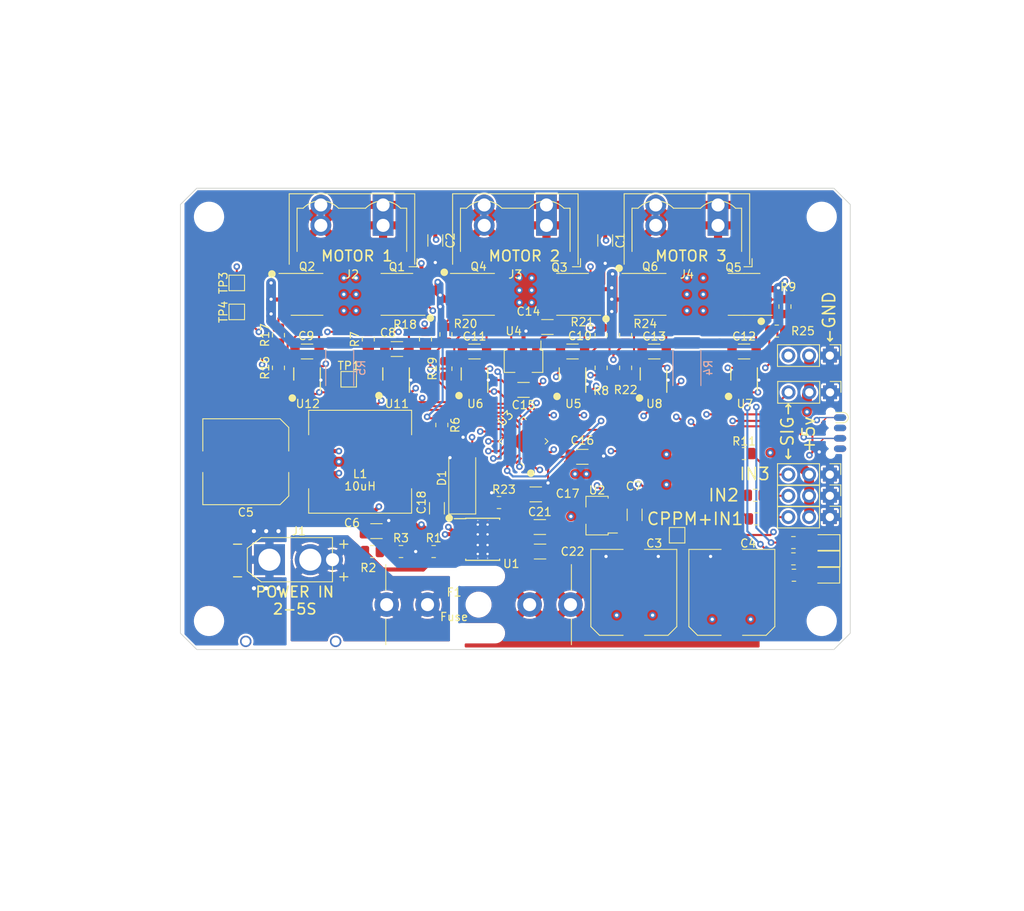
<source format=kicad_pcb>
(kicad_pcb (version 20210126) (generator pcbnew)
  (layers (0 "F.Cu" signal) (1 "In1.Cu" signal) (2 "In2.Cu" signal) (31 "B.Cu" signal) (34 "B.Paste" user) (35 "F.Paste" user) (36 "B.SilkS" user "B.Silkscreen") (37 "F.SilkS" user "F.Silkscreen") (38 "B.Mask" user) (39 "F.Mask" user) (44 "Edge.Cuts" user))
  (net 0 "")
  (net 1 "GND")
  (net 2 "VBAT")
  (net 3 "VBEC")
  (net 4 "VLOGIC")
  (net 5 "/driver1/MOTORS1")
  (net 6 "Net-(C8-Pad1)")
  (net 7 "/driver1/MOTORS2")
  (net 8 "Net-(C9-Pad1)")
  (net 9 "/driver2/MOTORS1")
  (net 10 "Net-(C10-Pad1)")
  (net 11 "/driver2/MOTORS2")
  (net 12 "Net-(C13-Pad1)")
  (net 13 "Net-(C11-Pad1)")
  (net 14 "/driver3/MOTORS1")
  (net 15 "Net-(C12-Pad1)")
  (net 16 "/Power/REG_SOFTSTART")
  (net 17 "+12V")
  (net 18 "MOTOR1D1")
  (net 19 "MOTOR1EN")
  (net 20 "MOTOR1D2")
  (net 21 "MOTOR2D1")
  (net 22 "MOTOR2EN")
  (net 23 "/MCU/BLINKY1")
  (net 24 "/MCU/BLINKY2")
  (net 25 "VBAT_IN_1")
  (net 26 "/driver3/MOTORS2")
  (net 27 "Net-(J5-Pad3)")
  (net 28 "Net-(J6-Pad3)")
  (net 29 "Net-(J7-Pad3)")
  (net 30 "/driver1/MOTORH1")
  (net 31 "GNDSHUNT")
  (net 32 "/driver1/MOTORL1")
  (net 33 "/driver1/MOTORH2")
  (net 34 "/driver1/MOTORL2")
  (net 35 "/driver2/MOTORL1")
  (net 36 "/driver2/MOTORH1")
  (net 37 "/driver2/MOTORL2")
  (net 38 "/driver2/MOTORH2")
  (net 39 "/driver3/MOTORL1")
  (net 40 "/driver3/MOTORH1")
  (net 41 "/driver3/MOTORL2")
  (net 42 "Net-(R2-Pad2)")
  (net 43 "/MCU/RXIN1")
  (net 44 "/MCU/RXIN3")
  (net 45 "/MCU/RXIN2")
  (net 46 "/MCU/TXDEBUG")
  (net 47 "/MCU/UPDI")
  (net 48 "/MCU/SERVO1")
  (net 49 "/MCU/SERVO2")
  (net 50 "MOTOR2D2")
  (net 51 "MOTOR3D1")
  (net 52 "MOTOR3EN")
  (net 53 "MOTOR3D2")
  (net 57 "Net-(C21-Pad2)")
  (net 58 "/Power/REG_BOOT")
  (net 59 "/Power/REG_PH")
  (net 60 "/Power/COMP")
  (net 62 "/Power/REG_SENSE")
  (net 67 "Net-(D8-Pad2)")
  (net 68 "Net-(D9-Pad2)")
  (net 69 "Net-(D10-Pad2)")
  (net 70 "/driver3/MOTORH2")
  (net 71 "CURRENTSENSE")
  (net 72 "/driver1/GATEH1")
  (net 73 "/driver1/GATEL1")
  (net 74 "/driver1/GATEH2")
  (net 75 "/driver1/GATEL2")
  (net 76 "/driver2/GATEL1")
  (net 77 "/driver2/GATEH1")
  (net 78 "/driver2/GATEL2")
  (net 79 "/driver2/GATEH2")
  (net 80 "/driver3/GATEL1")
  (net 81 "/driver3/GATEH1")
  (net 82 "/driver3/GATEL2")
  (net 83 "/driver3/GATEH2")
  (footprint "Capacitor_SMD:C_1206_3216Metric" (layer "F.Cu") (at 145.2 113.4)
    (fp_text reference "C16")
    (fp_text value "2.2uF 50V")
  )
  (footprint "Capacitor_SMD:C_1206_3216Metric" (layer "F.Cu") (at 144 100.5)
    (fp_text reference "C10")
    (fp_text value "2.2uF 50V")
  )
  (footprint "MountingHole:MountingHole_3.2mm_M3" (layer "F.Cu") (at 174.5 84)
    (fp_text reference "REF**" hide)
    (fp_text value "MountingHole_3.2mm_M3")
  )
  (footprint "beetletriple:DFN-8-3x3mm_hand1" (layer "F.Cu") (at 165 104 90)
    (fp_text reference "U7")
    (fp_text value "NCP81155MNTXG")
  )
  (footprint "beetletriple:beetlepower" (layer "F.Cu") (at 107 126)
    (fp_text reference "J1")
    (fp_text value "Power IN")
  )
  (footprint "Connector_PinHeader_2.54mm:PinHeader_1x03_P2.54mm_Vertical" (layer "F.Cu") (at 175.525 105.5 -90)
    (fp_text reference "J9" hide)
    (fp_text value "output_c5")
  )
  (footprint "Capacitor_SMD:C_1206_3216Metric" (layer "F.Cu") (at 140 122)
    (fp_text reference "C21")
    (fp_text value "DNP")
  )
  (footprint "Package_SO:SOIC-8_3.9x4.9mm_P1.27mm" (layer "F.Cu") (at 122.5 93.5 180)
    (fp_text reference "Q1")
    (fp_text value "IRF8313PBF ")
  )
  (footprint "Resistor_SMD:R_0805_2012Metric" (layer "F.Cu") (at 135 119 180)
    (fp_text reference "R23")
    (fp_text value "DNP")
  )
  (footprint "Package_SO:SOIC-8_3.9x4.9mm_P1.27mm" (layer "F.Cu") (at 144 93.5 180)
    (fp_text reference "Q3")
    (fp_text value "IRF8313PBF ")
  )
  (footprint "Capacitor_SMD:C_Elec_10x10.2" (layer "F.Cu") (at 163.5 130 90)
    (fp_text reference "C4")
    (fp_text value "220uF")
  )
  (footprint "Resistor_SMD:R_0805_2012Metric" (layer "F.Cu") (at 128.5 98.4 90)
    (fp_text reference "R20")
    (fp_text value "10R")
  )
  (footprint "TestPoint:TestPoint_Pad_1.5x1.5mm" (layer "F.Cu") (at 116.6 103.9)
    (fp_text reference "TP1")
    (fp_text value "TestPoint")
  )
  (footprint "Package_TO_SOT_SMD:SOT-89-3" (layer "F.Cu") (at 138 101.4 -90)
    (fp_text reference "U4")
    (fp_text value "78L12G-AB3-R ")
  )
  (footprint "Package_SO:SOIC-8_3.9x4.9mm_P1.27mm" (layer "F.Cu") (at 132.5 93.5)
    (fp_text reference "Q4")
    (fp_text value "IRF8313PBF ")
  )
  (footprint "Capacitor_SMD:C_Elec_10x10.2" (layer "F.Cu") (at 151.5 130 90)
    (fp_text reference "C3")
    (fp_text value "220uF")
  )
  (footprint "Resistor_SMD:R_0805_2012Metric" (layer "F.Cu") (at 171.0375 125.9 180)
    (fp_text reference "R15" hide)
    (fp_text value "1.5k")
  )
  (footprint "Resistor_SMD:R_0805_2012Metric" (layer "F.Cu") (at 166.5 121 180)
    (fp_text reference "R10" hide)
    (fp_text value "1.5k")
  )
  (footprint "Resistor_SMD:R_0805_2012Metric" (layer "F.Cu") (at 147.5 98.5 90)
    (fp_text reference "R21")
    (fp_text value "10R")
  )
  (footprint "TestPoint:TestPoint_Pad_1.5x1.5mm" (layer "F.Cu") (at 102.9 95.65 90)
    (fp_text reference "TP4")
    (fp_text value "TestPoint")
  )
  (footprint "LED_SMD:LED_0805_2012Metric" (layer "F.Cu") (at 175.0375 123.9 180)
    (fp_text reference "D9" hide)
    (fp_text value "Green")
  )
  (footprint "Resistor_SMD:R_0805_2012Metric" (layer "F.Cu") (at 128 109.5 -90)
    (fp_text reference "R6")
    (fp_text value "1.5k")
  )
  (footprint "LED_SMD:LED_0805_2012Metric" (layer "F.Cu") (at 175.0125 127.9 180)
    (fp_text reference "D8" hide)
    (fp_text value "Green")
  )
  (footprint "Resistor_SMD:R_0805_2012Metric" (layer "F.Cu") (at 169 98)
    (fp_text reference "R25")
    (fp_text value "10R")
  )
  (footprint "Diode_SMD:D_SMA_Handsoldering" (layer "F.Cu") (at 130.5 116 90)
    (fp_text reference "D1")
    (fp_text value "B340A-13-F")
  )
  (footprint "Resistor_SMD:R_0805_2012Metric" (layer "F.Cu") (at 147.5 102.5 90)
    (fp_text reference "R8")
    (fp_text value "10R")
  )
  (footprint "beetletriple:qfn24-hand1" (layer "F.Cu") (at 138 111.5 135)
    (fp_text reference "U3")
    (fp_text value "ATtiny1617-M")
  )
  (footprint "Resistor_SMD:R_0805_2012Metric" (layer "F.Cu") (at 119.5 125)
    (fp_text reference "R2")
    (fp_text value "1.5k")
  )
  (footprint "Package_SO:TI_SO-PowerPAD-8_ThermalVias" (layer "F.Cu") (at 133 123.5)
    (fp_text reference "U1")
    (fp_text value "TPS54331DR")
  )
  (footprint "Capacitor_SMD:C_1206_3216Metric" (layer "F.Cu") (at 139.5 118)
    (fp_text reference "C17")
    (fp_text value "10nF")
  )
  (footprint "Capacitor_SMD:C_1206_3216Metric" (layer "F.Cu") (at 120 122.5)
    (fp_text reference "C6")
    (fp_text value "10uF 50V")
  )
  (footprint "beetletriple:DFN-8-3x3mm_hand1" (layer "F.Cu") (at 111.5 104 90)
    (fp_text reference "U12")
    (fp_text value "NCP81155MNTXG")
  )
  (footprint "MountingHole:MountingHole_3.2mm_M3" (layer "F.Cu") (at 99.5 84)
    (fp_text reference "REF**" hide)
    (fp_text value "MountingHole_3.2mm_M3")
  )
  (footprint "Capacitor_SMD:C_1206_3216Metric" (layer "F.Cu") (at 111.5 100.5)
    (fp_text reference "C9")
    (fp_text value "2.2uF 50V")
  )
  (footprint "Capacitor_SMD:C_1206_3216Metric" (layer "F.Cu") (at 151.6 120.5 -90)
    (fp_text reference "C7")
    (fp_text value "10uF 50V")
  )
  (footprint "Resistor_SMD:R_0805_2012Metric" (layer "F.Cu") (at 166.37 118.11 180)
    (fp_text reference "R12" hide)
    (fp_text value "1.5k")
  )
  (footprint "beetletriple:TerminalBlock_motor" (layer "F.Cu") (at 120.81 85.05 180)
    (fp_text reference "J2")
    (fp_text value "motor_out")
  )
  (footprint "Resistor_SMD:R_0805_2012Metric" (layer "F.Cu") (at 128.5 102.6 90)
    (fp_text reference "R19")
    (fp_text value "10R")
  )
  (footprint "Capacitor_SMD:C_1206_3216Metric" (layer "F.Cu") (at 127.4 119.7 -90)
    (fp_text reference "C18")
    (fp_text value "0.1uF")
  )
  (footprint "Resistor_SMD:R_0805_2012Metric" (layer "F.Cu") (at 165 113 180)
    (fp_text reference "R11")
    (fp_text value "1.5k")
  )
  (footprint "Resistor_SMD:R_0805_2012Metric" (layer "F.Cu") (at 123 125)
    (fp_text reference "R3")
    (fp_text value "100R")
  )
  (footprint "Resistor_SMD:R_0805_2012Metric" (layer "F.Cu") (at 171.1 127.9 180)
    (fp_text reference "R13" hide)
    (fp_text value "1.5k")
  )
  (footprint "TestPoint:TestPoint_Pad_1.5x1.5mm" (layer "F.Cu") (at 156.8 123)
    (fp_text reference "TP2" hide)
    (fp_text value "TestPoint")
  )
  (footprint "Capacitor_SMD:C_1206_3216Metric" (layer "F.Cu") (at 127.2 86.9 -90)
    (fp_text reference "C2")
    (fp_text value "10uF 50V")
  )
  (footprint "Capacitor_SMD:C_1206_3216Metric" (layer "F.Cu") (at 122.5 100.2)
    (fp_text reference "C8")
    (fp_text value "2.2uF 50V")
  )
  (footprint "Resistor_SMD:R_0805_2012Metric" (layer "F.Cu") (at 108 102.5 90)
    (fp_text reference "R16")
    (fp_text value "10R")
  )
  (footprint "beetletriple:DFN-8-3x3mm_hand1" (layer "F.Cu") (at 122.4 104 90)
    (fp_text reference "U11")
    (fp_text value "NCP81155MNTXG")
  )
  (footprint "Resistor_SMD:R_0805_2012Metric" (layer "F.Cu") (at 108 98.5 90)
    (fp_text reference "R17")
    (fp_text value "10R")
  )
  (footprint "beetletriple:DFN-8-3x3mm_hand1" (layer "F.Cu") (at 153.915 104 90)
    (fp_text reference "U8")
    (fp_text value "NCP81155MNTXG")
  )
  (footprint "Resistor_SMD:R_0805_2012Metric" (layer "F.Cu") (at 127 125)
    (fp_text reference "R1")
    (fp_text value "10k")
  )
  (footprint "beetletriple:DFN-8-3x3mm_hand1" (layer "F.Cu") (at 132 104 90)
    (fp_text reference "U6")
    (fp_text value "NCP81155MNTXG")
  )
  (footprint "LED_SMD:LED_0805_2012Metric" (layer "F.Cu") (at 175.0375 125.9 180)
    (fp_text reference "D10" hide)
    (fp_text value "Orange")
  )
  (footprint "Capacitor_SMD:C_1206_3216Metric" (layer "F.Cu") (at 165 100.5)
    (fp_text reference "C12")
    (fp_text value "2.2uF 50V")
  )
  (footprint "beetletriple:TerminalBlock_motor" (layer "F.Cu") (at 140.81 85.05 180)
    (fp_text reference "J3")
    (fp_text value "motor_out")
  )
  (footprint "Resistor_SMD:R_0805_2012Metric" (layer "F.Cu") (at 150.5 102.5 90)
    (fp_text reference "R22")
    (fp_text value "10R")
  )
  (footprint "Connector_PinHeader_2.54mm:PinHeader_1x03_P2.54mm_Vertical" (layer "F.Cu") (at 175.5 118.1735 -90)
    (fp_text reference "J6" hide)
    (fp_text value "input_c2")
  )
  (footprint "Resistor_SMD:R_0805_2012Metric" (layer "F.Cu") (at 150.5 98.5 90)
    (fp_text reference "R24")
    (fp_text value "10R")
  )
  (footprint "beetletriple:DFN-8-3x3mm_hand1" (layer "F.Cu") (at 144 104 90)
    (fp_text reference "U5")
    (fp_text value "NCP81155MNTXG")
  )
  (footprint "Resistor_SMD:R_0805_2012Metric" (layer "F.Cu") (at 170 95 90)
    (fp_text reference "R9")
    (fp_text value "10R")
  )
  (footprint "Capacitor_SMD:C_Elec_10x10.2" (layer "F.Cu") (at 104 114 180)
    (fp_text reference "C5")
    (fp_text value "220uF")
  )
  (footprint "MountingHole:MountingHole_3.2mm_M3" (layer "F.Cu") (at 99.5 133.5)
    (fp_text reference "REF**" hide)
    (fp_text value "MountingHole_3.2mm_M3")
  )
  (footprint "beetletriple:fuseholder_flexible" (layer "F.Cu") (at 121.25 131.5)
    (fp_text reference "F1")
    (fp_text value "20mmx5 fuse holder")
  )
  (footprint "Connector_PinHeader_2.54mm:PinHeader_1x03_P2.54mm_Vertical" (layer "F.Cu") (at 175.5 120.777 -90)
    (fp_text reference "J5" hide)
    (fp_text value "input_c1")
  )
  (footprint "TestPoint:TestPoint_Pad_1.5x1.5mm" (layer "F.Cu") (at 102.9 92.1 90)
    (fp_text reference "TP3")
    (fp_text value "TestPoint")
  )
  (footprint "Resistor_SMD:R_0805_2012Metric" (layer "F.Cu") (at 126 99 90)
    (fp_text reference "R18")
    (fp_text value "10R")
  )
  (footprint "Capacitor_SMD:C_1206_3216Metric" (layer "F.Cu") (at 148 86.9 -90)
    (fp_text reference "C1")
    (fp_text value "10uF 50V")
  )
  (footprint "Resistor_SMD:R_0805_2012Metric" (layer "F.Cu") (at 171.0375 123.9 180)
    (fp_text reference "R14" hide)
    (fp_text value "1.5k")
  )
  (footprint "Package_SO:SOIC-8_3.9x4.9mm_P1.27mm" (layer "F.Cu") (at 111.5 93.5)
    (fp_text reference "Q2")
    (fp_text value "IRF8313PBF ")
  )
  (footprint "Capacitor_SMD:C_1206_3216Metric" (layer "F.Cu") (at 140.025 125)
    (fp_text reference "C22")
    (fp_text value "DNP")
  )
  (footprint "Capacitor_SMD:C_1206_3216Metric" (layer "F.Cu") (at 138 105.2 180)
    (fp_text reference "C15")
    (fp_text value "10uF 50V")
  )
  (footprint "Capacitor_SMD:C_1206_3216Metric" (layer "F.Cu") (at 154 100.5)
    (fp_text reference "C13")
    (fp_text value "2.2uF 50V")
  )
  (footprint "Connector_PinHeader_2.54mm:PinHeader_1x03_P2.54mm_Vertical" (layer "F.Cu") (at 175.5 101 -90)
    (fp_text reference "J8" hide)
    (fp_text value "output_c4")
  )
  (footprint "Package_TO_SOT_SMD:SOT-89-3" (layer "F.Cu") (at 147.3 120.6 180)
    (fp_text reference "U2")
    (fp_text value "HT7550-1")
  )
  (footprint "Resistor_SMD:R_0805_2012Metric" (layer "F.Cu") (at 119 99 90)
    (fp_text reference "R7")
    (fp_text value "10R")
  )
  (footprint "Inductor_SMD:L_12x12mm_H4.5mm" (layer "F.Cu") (at 118 114 180)
    (fp_text reference "L1")
    (fp_text value "10uH")
  )
  (footprint "beetletriple:TerminalBlock_motor" (layer "F.Cu") (at 161.81 85.05 180)
    (fp_text reference "J4")
    (fp_text value "motor_out")
  )
  (footprint "Package_SO:SOIC-8_3.9x4.9mm_P1.27mm" (layer "F.Cu") (at 165 93.5 180)
    (fp_text reference "Q5")
    (fp_text value "IRF8313PBF ")
  )
  (footprint "Capacitor_SMD:C_1206_3216Metric" (layer "F.Cu") (at 132 100.5)
    (fp_text reference "C11")
    (fp_text value "2.2uF 50V")
  )
  (footprint "Connector_PinHeader_2.54mm:PinHeader_1x03_P2.54mm_Vertical" (layer "F.Cu") (at 175.5 115.57 -90)
    (fp_text reference "J7" hide)
    (fp_text value "input_c3")
  )
  (footprint "MountingHole:MountingHole_3.2mm_M3" (layer "F.Cu") (at 174.5 133.5)
    (fp_text reference "REF**" hide)
    (fp_text value "MountingHole_3.2mm_M3")
  )
  (footprint "Capacitor_SMD:C_1206_3216Metric" (layer "F.Cu") (at 140.925 97.5 180)
    (fp_text reference "C14")
    (fp_text value "2.2uF 50V")
  )
  (footprint "beetletriple:SOIC_clipProgSmall" (layer "F.Cu") (at 177.5 110.5 90)
    (fp_text reference "J10" hide)
    (fp_text value "soicbite programming connector" hide)
  )
  (footprint "Package_SO:SOIC-8_3.9x4.9mm_P1.27mm" (layer "F.Cu") (at 153.5 93.5)
    (fp_text reference "Q6")
    (fp_text value "IRF8313PBF ")
  )
  (footprint "Resistor_SMD:R_2512_6332Metric_Pad1.40x3.35mm_HandSolder" (layer "B.Cu") (at 158 102.5 90)
    (fp_text reference "R4")
    (fp_text value "0.01R shunt")
  )
  (footprint "Resistor_SMD:R_2512_6332Metric_Pad1.40x3.35mm_HandSolder" (layer "B.Cu") (at 115.5 102.5 90)
    (fp_text reference "R5")
    (fp_text value "0.01R shunt")
  )
  (gr_circle (center 149.7 90.3) (end 150.1 90.3) (layer "F.SilkS") (width 0.12) (fill solid))
  (gr_circle (center 148.1 96.5) (end 148.5 96.5) (layer "F.SilkS") (width 0.12) (fill solid))
  (gr_circle (center 163.1 106) (end 163.5 106) (layer "F.SilkS") (width 0.12) (fill solid))
  (gr_circle (center 126.6 96.4) (end 127 96.4) (layer "F.SilkS") (width 0.12) (fill solid))
  (gr_circle (center 167.1 96.8) (end 167.5 96.8) (layer "F.SilkS") (width 0.12) (fill solid))
  (gr_circle (center 130.1 105.9) (end 130.5 105.9) (layer "F.SilkS") (width 0.12) (fill solid))
  (gr_circle (center 152.2 106.2) (end 152.6 106.2) (layer "F.SilkS") (width 0.12) (fill solid))
  (gr_circle (center 107.2 91) (end 107.6 91) (layer "F.SilkS") (width 0.12) (fill solid))
  (gr_circle (center 120.3 105.9) (end 120.7 105.9) (layer "F.SilkS") (width 0.12) (fill solid))
  (gr_circle (center 138.9 115.4) (end 139.3 115.4) (layer "F.SilkS") (width 0.12) (fill solid))
  (gr_circle (center 128.3 90.8) (end 128.7 90.8) (layer "F.SilkS") (width 0.12) (fill solid))
  (gr_circle (center 128.9 120.9) (end 129.3 120.9) (layer "F.SilkS") (width 0.12) (fill solid))
  (gr_circle (center 142.1 106) (end 142.5 106) (layer "F.SilkS") (width 0.12) (fill solid))
  (gr_circle (center 109.7 106.2) (end 110.1 106.2) (layer "F.SilkS") (width 0.12) (fill solid))
  (gr_poly (pts (xy 96 135) (xy 98 137) (xy 176 137) (xy 177 136) (xy 178 135) (xy 178 82.5) (xy 176 80.5) (xy 98 80.5) (xy 96 82.5)) (layer "Edge.Cuts") (width 0.1) (fill none))
  (gr_text "←SIG→" (at 170.3 114.1 90) (layer "F.SilkS") (effects (font (size 1.5 1.5) (thickness 0.2)) (justify left)))
  (gr_text "←GND" (at 175.4 99.7 90) (layer "F.SilkS") (effects (font (size 1.5 1.5) (thickness 0.2)) (justify left)))
  (gr_text "IN3" (at 166.3 115.5) (layer "F.SilkS") (effects (font (size 1.5 1.5) (thickness 0.2))))
  (gr_text "Fuse" (at 129.5 133) (layer "F.SilkS") (effects (font (size 1 1))))
  (gr_text "MOTOR 2" (at 138.1 88.8) (layer "F.SilkS") (effects (font (size 1.3 1.3) (thickness 0.2))))
  (gr_text "CPPM+IN1" (at 159 121) (layer "F.SilkS") (effects (font (size 1.5 1.5) (thickness 0.2))))
  (gr_text "+5v" (at 172.9 113 90) (layer "F.SilkS") (effects (font (size 1.5 1.5) (thickness 0.2)) (justify left)))
  (gr_text "MOTOR 3" (at 158.5 88.8) (layer "F.SilkS") (effects (font (size 1.3 1.3) (thickness 0.2))))
  (gr_text "MOTOR 1" (at 117.6 88.8) (layer "F.SilkS") (effects (font (size 1.3 1.3) (thickness 0.2))))
  (gr_text "IN2" (at 162.5 118.1) (layer "F.SilkS") (effects (font (size 1.5 1.5) (thickness 0.2))))
  (gr_text "POWER IN\n2-5S" (at 110 131) (layer "F.SilkS") (effects (font (size 1.3 1.3) (thickness 0.2))))
  (segment (start 139.45 97.5) (end 138.8 97.5) (width 0.5) (layer "F.Cu") (net 1))
  (segment (start 130.5 111.1) (end 130.6 111) (width 0.5) (layer "F.Cu") (net 1))
  (segment (start 146.775 113.3) (end 146.675 113.4) (width 0.25) (layer "F.Cu") (net 1))
  (segment (start 121.475 122.5) (end 121.475 121.225) (width 0.5) (layer "F.Cu") (net 1))
  (segment (start 139.193243 113.046796) (end 138 111.853553) (width 0.25) (layer "F.Cu") (net 1))
  (segment (start 141.5 125) (end 142.1 125.6) (width 0.8) (layer "F.Cu") (net 1))
  (segment (start 154.165 103.75) (end 153.915 104) (width 0.25) (layer "F.Cu") (net 1))
  (segment (start 138 111.853553) (end 138 111.5) (width 0.25) (layer "F.Cu") (net 1))
  (segment (start 144 104) (end 145.3 104) (width 0.25) (layer "F.Cu") (net 1))
  (segment (start 130.3 125.405) (end 132.295 125.405) (width 0.5) (layer "F.Cu") (net 1))
  (segment (start 141 114.946447) (end 141 116.6) (width 0.25) (layer "F.Cu") (net 1))
  (segment (start 132.25 102.6) (end 132.25 103.75) (width 0.25) (layer "F.Cu") (net 1))
  (segment (start 122.65 102.6) (end 122.65 103.75) (width 0.25) (layer "F.Cu") (net 1))
  (segment (start 133.5 119.5875) (end 133.5 121.6) (width 0.25) (layer "F.Cu") (net 1))
  (segment (start 151.5 125.6) (end 151.5 122.075) (width 0.8) (layer "F.Cu") (net 1))
  (segment (start 151.475 122.1) (end 151.6 121.975) (width 0.8) (layer "F.Cu") (net 1))
  (segment (start 174.2 111.7) (end 174.2 112.8) (width 0.15) (layer "F.Cu") (net 1))
  (segment (start 122.65 103.75) (end 122.4 104) (width 0.25) (layer "F.Cu") (net 1))
  (segment (start 176.75 111.135) (end 174.765 111.135) (width 0.15) (layer "F.Cu") (net 1))
  (segment (start 134.0875 119) (end 134.0875 117.8125) (width 0.25) (layer "F.Cu") (net 1))
  (segment (start 141.046447 114.9) (end 141 114.946447) (width 0.25) (layer "F.Cu") (net 1))
  (segment (start 174.765 111.135) (end 174.2 111.7) (width 0.15) (layer "F.Cu") (net 1))
  (segment (start 134.0875 119) (end 133.5 119.5875) (width 0.25) (layer "F.Cu") (net 1))
  (segment (start 139.193243 113.046796) (end 141.046447 114.9) (width 0.25) (layer "F.Cu") (net 1))
  (segment (start 138 98.3) (end 138 99.8375) (width 0.5) (layer "F.Cu") (net 1))
  (segment (start 140.975 116.625) (end 141 116.6) (width 0.25) (layer "F.Cu") (net 1))
  (segment (start 111.5 104) (end 113.2 104) (width 0.25) (layer "F.Cu") (net 1))
  (segment (start 123.9125 123.9125) (end 123.9125 125) (width 0.5) (layer "F.Cu") (net 1))
  (segment (start 132 104) (end 133.7 104) (width 0.25) (layer "F.Cu") (net 1))
  (segment (start 175.975 127.875) (end 175.95 127.9) (width 0.25) (layer "F.Cu") (net 1))
  (segment (start 134.0875 117.8125) (end 134.1 117.8) (width 0.25) (layer "F.Cu") (net 1))
  (segment (start 138 103.725) (end 138 99.8375) (width 0.25) (layer "F.Cu") (net 1))
  (segment (start 174.3375 130.1) (end 175.95 128.4875) (width 0.25) (layer "F.Cu") (net 1))
  (segment (start 122.4 104) (end 124.2 104) (width 0.25) (layer "F.Cu") (net 1))
  (segment (start 138.3 98) (end 138 98.3) (width 0.5) (layer "F.Cu") (net 1))
  (segment (start 175.975 125.9) (end 175.975 127.875) (width 0.25) (layer "F.Cu") (net 1))
  (segment (start 140.975 118) (end 140.975 116.625) (width 0.25) (layer "F.Cu") (net 1))
  (segment (start 151.5 122.075) (end 151.6 121.975) (width 0.8) (layer "F.Cu") (net 1))
  (segment (start 121.475 122.5) (end 122.5 122.5) (width 0.5) (layer "F.Cu") (net 1))
  (segment (start 175.975 123.9) (end 175.975 125.9) (width 0.25) (layer "F.Cu") (net 1))
  (segment (start 148.95 122.1) (end 151.475 122.1) (width 0.8) (layer "F.Cu") (net 1))
  (segment (start 133.7 104) (end 135.325 104) (width 0.25) (layer "F.Cu") (net 1))
  (segment (start 130.5 113.5) (end 130.5 111.1) (width 0.5) (layer "F.Cu") (net 1))
  (segment (start 165 104) (end 166.8 104) (width 0.25) (layer "F.Cu") (net 1))
  (segment (start 165.25 102.6) (end 165.25 103.75) (width 0.25) (layer "F.Cu") (net 1))
  (segment (start 145.3 104) (end 145.8 104.5) (width 0.25) (layer "F.Cu") (net 1))
  (segment (start 144.25 102.6) (end 144.25 103.75) (width 0.25) (layer "F.Cu") (net 1))
  (segment (start 136.525 105.2) (end 138 103.725) (width 0.25) (layer "F.Cu") (net 1))
  (segment (start 121.475 121.225) (end 121.5 121.2) (width 0.5) (layer "F.Cu") (net 1))
  (segment (start 175.95 128.4875) (end 175.95 127.9) (width 0.25) (layer "F.Cu") (net 1))
  (segment (start 151.5 125.6) (end 163.5 125.6) (width 0.8) (layer "F.Cu") (net 1))
  (segment (start 111.75 103.75) (end 111.5 104) (width 0.25) (layer "F.Cu") (net 1))
  (segment (start 123.9125 125) (end 124.8 125) (width 0.5) (layer "F.Cu") (net 1))
  (segment (start 174.3375 130.1) (end 168 130.1) (width 0.25) (layer "F.Cu") (net 1))
  (segment (start 148 88.375) (end 148 89.7) (width 0.5) (layer "F.Cu") (net 1))
  (segment (start 144.25 103.75) (end 144 104) (width 0.25) (layer "F.Cu") (net 1))
  (segment (start 127.2 88.375) (end 127.2 89.6) (width 0.5) (layer "F.Cu") (net 1))
  (segment (start 111.75 102.6) (end 111.75 103.75) (width 0.25) (layer "F.Cu") (net 1))
  (segment (start 133.5 121.6) (end 133.6 121.7) (width 0.25) (layer "F.Cu") (net 1))
  (segment (start 132.295 125.405) (end 132.4 125.3) (width 0.5) (layer "F.Cu") (net 1))
  (segment (start 165.25 103.75) (end 165 104) (width 0.25) (layer "F.Cu") (net 1))
  (segment (start 122.5 122.5) (end 123.9125 123.9125) (width 0.5) (layer "F.Cu") (net 1))
  (segment (start 154.165 102.6) (end 154.165 103.75) (width 0.25) (layer "F.Cu") (net 1))
  (segment (start 135.325 104) (end 136.525 105.2) (width 0.25) (layer "F.Cu") (net 1))
  (segment (start 130.5 113.5) (end 129 113.5) (width 0.5) (layer "F.Cu") (net 1))
  (segment (start 132.25 103.75) (end 132 104) (width 0.25) (layer "F.Cu") (net 1))
  (segment (start 147.8 113.3) (end 146.775 113.3) (width 0.25) (layer "F.Cu") (net 1))
  (segment (start 153.915 104) (end 155.7 104) (width 0.25) (layer "F.Cu") (net 1))
  (segment (start 168 130.1) (end 163.5 125.6) (width 0.25) (layer "F.Cu") (net 1))
  (segment (start 138.8 97.5) (end 138.3 98) (width 0.5) (layer "F.Cu") (net 1))
  (segment (start 142.1 125.6) (end 151.5 125.6) (width 0.8) (layer "F.Cu") (net 1))
  (via (at 148.1 125.6) (size 0.8) (drill 0.4) (layers "F.Cu" "B.Cu") (net 1))
  (via (at 134.1 117.8) (size 0.8) (drill 0.4) (layers "F.Cu" "B.Cu") (net 1))
  (via (at 124.8 125) (size 0.8) (drill 0.4) (layers "F.Cu" "B.Cu") (net 1))
  (via (at 124.2 104) (size 0.8) (drill 0.4) (layers "F.Cu" "B.Cu") (net 1))
  (via (at 160.9 125.6) (size 0.8) (drill 0.4) (layers "F.Cu" "B.Cu") (net 1))
  (via (at 121.5 121.2) (size 0.8) (drill 0.4) (layers "F.Cu" "B.Cu") (net 1))
  (via (at 155.7 104) (size 0.8) (drill 0.4) (layers "F.Cu" "B.Cu") (net 1))
  (via (at 130.6 111) (size 0.8) (drill 0.4) (layers "F.Cu" "B.Cu") (net 1))
  (via (at 145.8 104.5) (size 0.8) (drill 0.4) (layers "F.Cu" "B.Cu") (net 1))
  (via (at 105 122.5) (size 1) (drill 0.5) (layers "F.Cu" "B.Cu") (net 1))
  (via (at 113.2 104) (size 0.8) (drill 0.4) (layers "F.Cu" "B.Cu") (net 1))
  (via (at 154.5 125.6) (size 0.8) (drill 0.4) (layers "F.Cu" "B.Cu") (net 1))
  (via (at 141 116.6) (size 0.8) (drill 0.4) (layers "F.Cu" "B.Cu") (net 1))
  (via (at 108 122.5) (size 1) (drill 0.5) (layers "F.Cu" "B.Cu") (net 1))
  (via (at 138.3 98) (size 0.8) (drill 0.4) (layers "F.Cu" "B.Cu") (net 1))
  (via (at 166.8 104) (size 0.8) (drill 0.4) (layers "F.Cu" "B.Cu") (net 1))
  (via (at 127.2 89.6) (size 0.8) (drill 0.4) (layers "F.Cu" "B.Cu") (net 1))
  (via (at 147.8 113.3) (size 0.8) (drill 0.4) (layers "F.Cu" "B.Cu") (net 1))
  (via (at 174.2 112.8) (size 0.8) (drill 0.4) (layers "F.Cu" "B.Cu") (net 1))
  (via (at 129 113.5) (size 0.8) (drill 0.4) (layers "F.Cu" "B.Cu") (net 1))
  (via (at 105 129.5) (size 1) (drill 0.5) (layers "F.Cu" "B.Cu") (net 1))
  (via (at 106.5 129.5) (size 1) (drill 0.5) (layers "F.Cu" "B.Cu") (net 1))
  (via (at 108 129.5) (size 1) (drill 0.5) (layers "F.Cu" "B.Cu") (net 1))
  (via (at 106.5 122.5) (size 1) (drill 0.5) (layers "F.Cu" "B.Cu") (net 1))
  (via (at 133.7 104) (size 0.8) (drill 0.4) (layers "F.Cu" "B.Cu") (net 1))
  (via (at 148 89.7) (size 0.8) (drill 0.4) (layers "F.Cu" "B.Cu") (net 1))
  (segment (start 136.5 98) (end 137.5 97) (width 0.25) (layer "F.Cu") (net 2))
  (segment (start 129.665 122.865) (end 128.8 122) (width 0.5) (layer "F.Cu") (net 2))
  (segment (start 130.3 122.865) (end 128.435 122.865) (width 0.5) (layer "F.Cu") (net 2))
  (segment (start 127.2 85.425) (end 127.2 86.7) (width 0.5) (layer "F.Cu") (net 2))
  (segment (start 137.5 97) (end 137.5 94.5) (width 0.25) (layer "F.Cu") (net 2))
  (segment (start 148 85.425) (end 148 86.8) (width 0.5) (layer "F.Cu") (net 2))
  (segment (start 136.5 99.75) (end 136.5 98) (width 0.25) (layer "F.Cu") (net 2))
  (segment (start 148 86.8) (end 148.1 86.9) (width 0.5) (layer "F.Cu") (net 2))
  (segment (start 127.2 86.7) (end 127.3 86.8) (width 0.5) (layer "F.Cu") (net 2))
  (segment (start 128.435 122.865) (end 128.4 122.9) (width 0.5) (layer "F.Cu") (net 2))
  (segment (start 130.3 122.865) (end 129.665 122.865) (width 0.5) (layer "F.Cu") (net 2))
  (via (at 153.8 132.8) (size 0.8) (drill 0.4) (layers "F.Cu" "B.Cu") (net 2))
  (via (at 158 93.5) (size 0.8) (drill 0.4) (layers "F.Cu" "B.Cu") (net 2))
  (via (at 148.1 86.9) (size 0.8) (drill 0.4) (layers "F.Cu" "B.Cu") (net 2))
  (via (at 116 93.5) (size 0.8) (drill 0.4) (layers "F.Cu" "B.Cu") (net 2))
  (via (at 158 91.5) (size 0.8) (drill 0.4) (layers "F.Cu" "B.Cu") (net 2))
  (via (at 165.8 133.3) (size 0.8) (drill 0.4) (layers "F.Cu" "B.Cu") (net 2))
  (via (at 139 91.5) (size 0.8) (drill 0.4) (layers "F.Cu" "B.Cu") (net 2))
  (via (at 128.4 122.9) (size 0.8) (drill 0.4) (layers "F.Cu" "B.Cu") (net 2))
  (via (at 139 94.5) (size 0.8) (drill 0.4) (layers "F.Cu" "B.Cu") (net 2))
  (via (at 117.5 95.5) (size 0.8) (drill 0.4) (layers "F.Cu" "B.Cu") (net 2))
  (via (at 139 93) (size 0.8) (drill 0.4) (layers "F.Cu" "B.Cu") (net 2))
  (via (at 128.8 122) (size 0.8) (drill 0.4) (layers "F.Cu" "B.Cu") (net 2))
  (via (at 116 91.5) (size 0.8) (drill 0.4) (layers "F.Cu" "B.Cu") (net 2))
  (via (at 117.5 93.5) (size 0.8) (drill 0.4) (layers "F.Cu" "B.Cu") (net 2))
  (via (at 160 91.5) (size 0.8) (drill 0.4) (layers "F.Cu" "B.Cu") (net 2))
  (via (at 117.5 91.5) (size 0.8) (drill 0.4) (layers "F.Cu" "B.Cu") (net 2))
  (via (at 160 95.5) (size 0.8) (drill 0.4) (layers "F.Cu" "B.Cu") (net 2))
  (via (at 149.4 132.8) (size 0.8) (drill 0.4) (layers "F.Cu" "B.Cu") (net 2))
  (via (at 116 95.5) (size 0.8) (drill 0.4) (layers "F.Cu" "B.Cu") (net 2))
  (via (at 137.5 93) (size 0.8) (drill 0.4) (layers "F.Cu" "B.Cu") (net 2))
  (via (at 158 95.5) (size 0.8) (drill 0.4) (layers "F.Cu" "B.Cu") (net 2))
  (via (at 127.3 86.8) (size 0.8) (drill 0.4) (layers "F.Cu" "B.Cu") (net 2))
  (via (at 137.5 94.5) (size 0.8) (drill 0.4) (layers "F.Cu" "B.Cu") (net 2))
  (via (at 161.1 133.3) (size 0.8) (drill 0.4) (layers "F.Cu" "B.Cu") (net 2))
  (via (at 160 93.5) (size 0.8) (drill 0.4) (layers "F.Cu" "B.Cu") (net 2))
  (via (at 137.5 91.5) (size 0.8) (drill 0.4) (layers "F.Cu" "B.Cu") (net 2))
  (segment (start 172.7 105.785) (end 172.985 105.5) (width 1.2) (layer "F.Cu") (net 3))
  (segment (start 108.4 114) (end 113.05 114) (width 1.2) (layer "F.Cu") (net 3))
  (segment (start 172.96 115.57) (end 172.96 118.1735) (width 1.2) (layer "F.Cu") (net 3))
  (segment (start 172.96 118.1735) (end 172.96 120.777) (width 1.2) (layer "F.Cu") (net 3))
  (segment (start 145.7 115.5) (end 144.3 115.5) (width 1.2) (layer "F.Cu") (net 3))
  (segment (start 116.6 114) (end 115.4 114) (width 1.2) (layer "F.Cu") (net 3))
  (segment (start 126.0875 125) (end 126.0875 123.4875) (width 1.2) (layer "F.Cu") (net 3))
  (segment (start 115.4 114) (end 113.05 114) (width 1.2) (layer "F.Cu") (net 3))
  (segment (start 126.0875 122.2875) (end 125.5 121.7) (width 0.5) (layer "F.Cu") (net 3))
  (segment (start 154.3 116.8) (end 155.5 116.8) (width 1.2) (layer "F.Cu") (net 3))
  (segment (start 126.0875 123.4875) (end 116.6 114) (width 1.2) (layer "F.Cu") (net 3))
  (segment (start 172.96 101) (end 172.96 105.475) (width 1.2) (layer "F.Cu") (net 3))
  (segment (start 118.525 122.5) (end 118.525 121.275) (width 0.5) (layer "F.Cu") (net 3))
  (segment (start 115.4 112.7) (end 114.35 112.7) (width 0.5) (layer "F.Cu") (net 3))
  (segment (start 150.9 115.5) (end 145.7 115.5) (width 1.2) (layer "F.Cu") (net 3))
  (segment (start 155.5 113) (end 155.5 117) (width 1.2) (layer "F.Cu") (net 3))
  (segment (start 143.9 120.6) (end 143.8 120.7) (width 1.2) (layer "F.Cu") (net 3))
  (segment (start 148.8625 120.6) (end 143.9 120.6) (width 1.2) (layer "F.Cu") (net 3))
  (segment (start 150.9 115.5) (end 153 115.5) (width 1.2) (layer "F.Cu") (net 3))
  (segment (start 153 115.5) (end 155.5 113) (width 1.2) (layer "F.Cu") (net 3))
  (segment (start 153 115.5) (end 154.3 116.8) (width 1.2) (layer "F.Cu") (net 3))
  (segment (start 172.7 107.9) (end 172.7 105.785) (width 1.2) (layer "F.Cu") (net 3))
  (segment (start 126.0875 125) (end 126.0875 122.2875) (width 0.5) (layer "F.Cu") (net 3))
  (segment (start 170.29 112.9) (end 172.96 115.57) (width 1.2) (layer "F.Cu") (net 3))
  (segment (start 115.4 115.4) (end 114.45 115.4) (width 0.5) (layer "F.Cu") (net 3))
  (segment (start 114.35 112.7) (end 113.05 114) (width 0.5) (layer "F.Cu") (net 3))
  (segment (start 118.525 121.275) (end 120.3 119.5) (width 0.5) (layer "F.Cu") (net 3))
  (segment (start 168.2 112.9) (end 170.29 112.9) (width 1.2) (layer "F.Cu") (net 3))
  (segment (start 118.525 119.475) (end 113.05 114) (width 0.5) (layer "F.Cu") (net 3))
  (segment (start 118.525 122.5) (end 118.525 119.475) (width 0.5) (layer "F.Cu") (net 3))
  (segment (start 172.96 105.475) (end 172.985 105.5) (width 1.2) (layer "F.Cu") (net 3))
  (segment (start 114.45 115.4) (end 113.05 114) (width 0.5) (layer "F.Cu") (net 3))
  (via (at 155.5 116.8) (size 0.8) (drill 0.4) (layers "F.Cu" "B.Cu") (net 3))
  (via (at 143.8 120.7) (size 0.8) (drill 0.4) (layers "F.Cu" "B.Cu") (net 3))
  (via (at 172.7 107.9) (size 0.8) (drill 0.4) (layers "F.Cu" "B.Cu") (net 3))
  (via (at 125.5 121.7) (size 0.8) (drill 0.4) (layers "F.Cu" "B.Cu") (net 3))
  (via (at 115.4 114) (size 0.8) (drill 0.4) (layers "F.Cu" "B.Cu") (net 3))
  (via (at 144.3 115.5) (size 0.8) (drill 0.4) (layers "F.Cu" "B.Cu") (net 3))
  (via (at 168.2 112.9) (size 0.8) (drill 0.4) (layers "F.Cu" "B.Cu") (net 3))
  (via (at 155.5 113.1) (size 0.8) (drill 0.4) (layers "F.Cu" "B.Cu") (net 3))
  (via (at 120.3 119.5) (size 0.8) (drill 0.4) (layers "F.Cu" "B.Cu") (net 3))
  (via (at 115.4 115.4) (size 0.8) (drill 0.4) (layers "F.Cu" "B.Cu") (net 3))
  (via (at 115.4 112.7) (size 0.8) (drill 0.4) (layers "F.Cu" "B.Cu") (net 3))
  (via (at 145.7 115.5) (size 0.8) (drill 0.4) (layers "F.Cu" "B.Cu") (net 3))
  (segment (start 173.365011 112.834989) (end 173.365011 110.534989) (width 0.25) (layer "F.Cu") (net 4))
  (segment (start 143.1 114.025) (end 143.725 113.4) (width 0.25) (layer "F.Cu") (net 4))
  (segment (start 173.365011 110.534989) (end 174.5 109.4) (width 0.25) (layer "F.Cu") (net 4))
  (segment (start 164.53818 122.97498) (end 156.52502 122.97498) (width 0.25) (layer "F.Cu") (net 4))
  (segment (start 155.575 123) (end 151.6 119.025) (width 0.25) (layer "F.Cu") (net 4))
  (segment (start 140.253553 113.4) (end 143.725 113.4) (width 0.25) (layer "F.Cu") (net 4))
  (segment (start 151.525 119.1) (end 151.6 119.025) (width 0.25) (layer "F.Cu") (net 4))
  (segment (start 145 119.1) (end 143.1 117.2) (width 0.25) (layer "F.Cu") (net 4))
  (segment (start 156.52502 122.97498) (end 156.55004 123) (width 0.25) (layer "F.Cu") (net 4))
  (segment (start 156.55004 123) (end 156.8 123) (width 0.25) (layer "F.Cu") (net 4))
  (segment (start 176.75 108.595) (end 175.095 108.595) (width 0.15) (layer "F.Cu") (net 4))
  (segment (start 148.95 119.1) (end 145 119.1) (width 0.25) (layer "F.Cu") (net 4))
  (segment (start 143.1 117.2) (end 143.1 114.025) (width 0.25) (layer "F.Cu") (net 4))
  (segment (start 169.3 127.7) (end 169.2632 127.7) (width 0.25) (layer "F.Cu") (net 4))
  (segment (start 148.95 119.1) (end 151.525 119.1) (width 0.25) (layer "F.Cu") (net 4))
  (segment (start 169.5 127.9) (end 169.3 127.7) (width 0.25) (layer "F.Cu") (net 4))
  (segment (start 170.1875 127.9) (end 169.5 127.9) (width 0.25) (layer "F.Cu") (net 4))
  (segment (start 156.8 123) (end 155.575 123) (width 0.25) (layer "F.Cu") (net 4))
  (segment (start 139.546796 112.693243) (end 140.253553 113.4) (width 0.25) (layer "F.Cu") (net 4))
  (segment (start 173 113.2) (end 173.365011 112.834989) (width 0.25) (layer "F.Cu") (net 4))
  (segment (start 169.2632 127.7) (end 164.53818 122.97498) (width 0.25) (layer "F.Cu") (net 4))
  (segment (start 174.5 109.19) (end 174.5 109.4) (width 0.15) (layer "F.Cu") (net 4))
  (segment (start 168.22502 122.97498) (end 168.6 122.6) (width 0.25) (layer "F.Cu") (net 4))
  (segment (start 164.53818 122.97498) (end 168.22502 122.97498) (width 0.25) (layer "F.Cu") (net 4))
  (segment (start 175.095 108.595) (end 174.5 109.19) (width 0.15) (layer "F.Cu") (net 4))
  (via (at 173 113.2) (size 0.8) (drill 0.4) (layers "F.Cu" "B.Cu") (net 4))
  (via (at 168.6 122.6) (size 0.8) (drill 0.4) (layers "F.Cu" "B.Cu") (net 4))
  (segment (start 123.975 96.405) (end 124.975 95.405) (width 0.25) (layer "F.Cu") (net 5))
  (segment (start 122.15 101.57598) (end 123.52598 100.2) (width 0.25) (layer "F.Cu") (net 5))
  (segment (start 123.975 100.2) (end 123.975 96.405) (width 0.25) (layer "F.Cu") (net 5))
  (segment (start 123.52598 100.2) (end 123.975 100.2) (width 0.25) (layer "F.Cu") (net 5))
  (segment (start 122.15 102.3) (end 122.15 101.57598) (width 0.25) (layer "F.Cu") (net 5))
  (segment (start 120.45 100.775) (end 120.45 104.55) (width 0.25) (layer "F.Cu") (net 6))
  (segment (start 121.3 105.4) (end 121.65 105.4) (width 0.25) (layer "F.Cu") (net 6))
  (segment (start 121.025 100.2) (end 120.45 100.775) (width 0.25) (layer "F.Cu") (net 6))
  (segment (start 120.45 104.55) (end 121.3 105.4) (width 0.25) (layer "F.Cu") (net 6))
  (segment (start 112.975 96.405) (end 113.975 95.405) (width 0.25) (layer "F.Cu") (net 7))
  (segment (start 112.4 100.5) (end 112.975 100.5) (width 0.25) (layer "F.Cu") (net 7))
  (segment (start 111.25 101.65) (end 112.4 100.5) (width 0.25) (layer "F.Cu") (net 7))
  (segment (start 111.25 102.6) (end 111.25 101.65) (width 0.25) (layer "F.Cu") (net 7))
  (segment (start 112.975 100.5) (end 112.975 96.405) (width 0.25) (layer "F.Cu") (net 7))
  (segment (start 106.8 103.738202) (end 108.761798 105.7) (width 0.25) (layer "F.Cu") (net 8))
  (segment (start 107.311818 102.57498) (end 106.8 103.086798) (width 0.25) (layer "F.Cu") (net 8))
  (segment (start 110.025 100.5) (end 110.025 101.275) (width 0.25) (layer "F.Cu") (net 8))
  (segment (start 108.761798 105.7) (end 110.75 105.7) (width 0.25) (layer "F.Cu") (net 8))
  (segment (start 108.72502 102.57498) (end 107.311818 102.57498) (width 0.25) (layer "F.Cu") (net 8))
  (segment (start 106.8 103.086798) (end 106.8 103.738202) (width 0.25) (layer "F.Cu") (net 8))
  (segment (start 110.025 101.275) (end 108.72502 102.57498) (width 0.25) (layer "F.Cu") (net 8))
  (segment (start 143.75 101.65) (end 144.9 100.5) (width 0.25) (layer "F.Cu") (net 9))
  (segment (start 145.475 96.405) (end 146.475 95.405) (width 0.25) (layer "F.Cu") (net 9))
  (segment (start 145.475 100.5) (end 145.475 96.405) (width 0.25) (layer "F.Cu") (net 9))
  (segment (start 144.9 100.5) (end 145.475 100.5) (width 0.25) (layer "F.Cu") (net 9))
  (segment (start 143.75 102.6) (end 143.75 101.65) (width 0.25) (layer "F.Cu") (net 9))
  (segment (start 141.2 104.5) (end 142.1 105.4) (width 0.25) (layer "F.Cu") (net 10))
  (segment (start 141.2 101.825) (end 141.2 104.5) (width 0.25) (layer "F.Cu") (net 10))
  (segment (start 142.1 105.4) (end 143.25 105.4) (width 0.25) (layer "F.Cu") (net 10))
  (segment (start 142.525 100.5) (end 141.2 101.825) (width 0.25) (layer "F.Cu") (net 10))
  (segment (start 131.75 102.6) (end 131.75 101.55) (width 0.25) (layer "F.Cu") (net 11))
  (segment (start 132.8 100.5) (end 133.475 100.5) (width 0.25) (layer "F.Cu") (net 11))
  (segment (start 134.975 95.405) (end 133.475 96.905) (width 0.25) (layer "F.Cu") (net 11))
  (segment (start 131.75 101.55) (end 132.8 100.5) (width 0.25) (layer "F.Cu") (net 11))
  (segment (start 133.475 96.905) (end 133.475 100.5) (width 0.25) (layer "F.Cu") (net 11))
  (segment (start 150.3 105.4) (end 153.165 105.4) (width 0.25) (layer "F.Cu") (net 12))
  (segment (start 149.47498 102.911818) (end 149.47498 104.57498) (width 0.25) (layer "F.Cu") (net 12))
  (segment (start 149.47498 104.57498) (end 150.3 105.4) (width 0.25) (layer "F.Cu") (net 12))
  (segment (start 149.886798 102.5) (end 149.47498 102.911818) (width 0.25) (layer "F.Cu") (net 12))
  (segment (start 152.525 101.4) (end 151.425 102.5) (width 0.25) (layer "F.Cu") (net 12))
  (segment (start 152.525 100.5) (end 152.525 101.4) (width 0.25) (layer "F.Cu") (net 12))
  (segment (start 151.425 102.5) (end 149.886798 102.5) (width 0.25) (layer "F.Cu") (net 12))
  (segment (start 130.525 100.5) (end 130.525 101.475) (width 0.25) (layer "F.Cu") (net 13))
  (segment (start 129.4 102.6) (end 127.8 102.6) (width 0.25) (layer "F.Cu") (net 13))
  (segment (start 127.47498 102.92502) (end 127.47498 104.013182) (width 0.25) (layer "F.Cu") (net 13))
  (segment (start 127.8 102.6) (end 127.47498 102.92502) (width 0.25) (layer "F.Cu") (net 13))
  (segment (start 130.525 101.475) (end 129.4 102.6) (width 0.25) (layer "F.Cu") (net 13))
  (segment (start 128.861798 105.4) (end 131.25 105.4) (width 0.25) (layer "F.Cu") (net 13))
  (segment (start 127.47498 104.013182) (end 128.861798 105.4) (width 0.25) (layer "F.Cu") (net 13))
  (segment (start 165.8 100.5) (end 166.475 100.5) (width 0.25) (layer "F.Cu") (net 14))
  (segment (start 164.75 101.55) (end 165.8 100.5) (width 0.25) (layer "F.Cu") (net 14))
  (segment (start 166.475 100.5) (end 166.475 96.405) (width 0.25) (layer "F.Cu") (net 14))
  (segment (start 164.75 102.6) (end 164.75 101.55) (width 0.25) (layer "F.Cu") (net 14))
  (segment (start 166.475 96.405) (end 167.475 95.405) (width 0.25) (layer "F.Cu") (net 14))
  (segment (start 163.79498 105.4) (end 164.25 105.4) (width 0.25) (layer "F.Cu") (net 15))
  (segment (start 162 102.025) (end 162 103.60502) (width 0.25) (layer "F.Cu") (net 15))
  (segment (start 162 103.60502) (end 163.79498 105.4) (width 0.25) (layer "F.Cu") (net 15))
  (segment (start 163.525 100.5) (end 162 102.025) (width 0.25) (layer "F.Cu") (net 15))
  (segment (start 138.025 118) (end 138.025 119.27) (width 0.25) (layer "F.Cu") (net 16))
  (segment (start 138.025 119.27) (end 135.7 121.595) (width 0.25) (layer "F.Cu") (net 16))
  (segment (start 141.75 97.5) (end 139.5 99.75) (width 0.5) (layer "F.Cu") (net 17))
  (segment (start 113 105.5) (end 112.8 105.7) (width 0.25) (layer "F.Cu") (net 17))
  (segment (start 115 105.5) (end 116.6 103.9) (width 0.25) (layer "F.Cu") (net 17))
  (segment (start 123.15 105.4) (end 124.4 105.4) (width 0.25) (layer "F.Cu") (net 17))
  (segment (start 155.7 105.7) (end 154.665 105.7) (width 0.25) (layer "F.Cu") (net 17))
  (segment (start 157.3 104.1) (end 155.7 105.7) (width 0.25) (layer "F.Cu") (net 17))
  (segment (start 112.25 105.7) (end 112.25 105.4) (width 0.25) (layer "F.Cu") (net 17))
  (segment (start 113 105.5) (end 115 105.5) (width 0.25) (layer "F.Cu") (net 17))
  (segment (start 139.475 105.025) (end 140.4 104.1) (width 0.25) (layer "F.Cu") (net 17))
  (segment (start 112.8 105.7) (end 112.25 105.7) (width 0.25) (layer "F.Cu") (net 17))
  (segment (start 144.75 105.4) (end 146.2 105.4) (width 0.25) (layer "F.Cu") (net 17))
  (segment (start 142.4 97.5) (end 141.75 97.5) (width 0.5) (layer "F.Cu") (net 17))
  (segment (start 165.85 105.5) (end 165.75 105.4) (width 0.25) (layer "F.Cu") (net 17))
  (segment (start 139.5 105.175) (end 139.475 105.2) (width 0.5) (layer "F.Cu") (net 17))
  (segment (start 137.088182 106.42502) (end 135.961818 106.42502) (width 0.25) (layer "F.Cu") (net 17))
  (segment (start 139.475 105.2) (end 139.475 105.025) (width 0.25) (layer "F.Cu") (net 17))
  (segment (start 124.4 105.4) (end 124.8 105) (width 0.25) (layer "F.Cu") (net 17))
  (segment (start 138.475 106.2) (end 137.313202 106.2) (width 0.25) (layer "F.Cu") (net 17))
  (segment (start 139.5 99.75) (end 139.5 105.175) (width 0.5) (layer "F.Cu") (net 17))
  (segment (start 135.961818 106.42502) (end 134.936798 105.4) (width 0.25) (layer "F.Cu") (net 17))
  (segment (start 134.936798 105.4) (end 132.75 105.4) (width 0.25) (layer "F.Cu") (net 17))
  (segment (start 146.2 105.4) (end 146.9 104.7) (width 0.25) (layer "F.Cu") (net 17))
  (segment (start 139.475 105.2) (end 138.475 106.2) (width 0.25) (layer "F.Cu") (net 17))
  (segment (start 154.665 105.7) (end 154.665 105.4) (width 0.25) (layer "F.Cu") (net 17))
  (segment (start 137.313202 106.2) (end 137.088182 106.42502) (width 0.25) (layer "F.Cu") (net 17))
  (segment (start 166.7 105.5) (end 165.85 105.5) (width 0.25) (layer "F.Cu") (net 17))
  (via (at 146.9 104.7) (size 0.8) (drill 0.4) (layers "F.Cu" "B.Cu") (net 17))
  (via (at 113 105.5) (size 0.8) (drill 0.4) (layers "F.Cu" "B.Cu") (net 17))
  (via (at 157.3 104.1) (size 0.8) (drill 0.4) (layers "F.Cu" "B.Cu") (net 17))
  (via (at 166.7 105.5) (size 0.8) (drill 0.4) (layers "F.Cu" "B.Cu") (net 17))
  (via (at 140.4 104.1) (size 0.8) (drill 0.4) (layers "F.Cu" "B.Cu") (net 17))
  (via (at 124.8 105) (size 0.8) (drill 0.4) (layers "F.Cu" "B.Cu") (net 17))
  (via (at 134.4 105.4) (size 0.8) (drill 0.4) (layers "F.Cu" "B.Cu") (net 17))
  (segment (start 137.513864 109.246097) (end 136.717787 108.45002) (width 0.25) (layer "F.Cu") (net 18))
  (segment (start 122.9 107.2) (end 122.15 106.45) (width 0.25) (layer "F.Cu") (net 18))
  (segment (start 136.717787 108.45002) (end 130.55002 108.45002) (width 0.25) (layer "F.Cu") (net 18))
  (segment (start 130.55002 108.45002) (end 129.3 107.2) (width 0.25) (layer "F.Cu") (net 18))
  (segment (start 129.3 107.2) (end 122.9 107.2) (width 0.25) (layer "F.Cu") (net 18))
  (segment (start 122.15 106.45) (end 122.15 105.4) (width 0.25) (layer "F.Cu") (net 18))
  (segment (start 138.486136 109.246097) (end 137.240039 108) (width 0.25) (layer "F.Cu") (net 19))
  (segment (start 131.581788 108) (end 130.281788 106.7) (width 0.25) (layer "F.Cu") (net 19))
  (segment (start 123.00814 106.7) (end 122.65 106.34186) (width 0.25) (layer "F.Cu") (net 19))
  (segment (start 112.22598 106.9) (end 111.75 106.42402) (width 0.25) (layer "F.Cu") (net 19))
  (segment (start 111.75 106.42402) (end 111.75 105.4) (width 0.25) (layer "F.Cu") (net 19))
  (segment (start 130.281788 106.7) (end 125.5 106.7) (width 0.25) (layer "F.Cu") (net 19))
  (segment (start 125.6 106.2) (end 125.6 106.6) (width 0.25) (layer "F.Cu") (net 19))
  (segment (start 120.6 106.5) (end 120.2 106.9) (width 0.25) (layer "F.Cu") (net 19))
  (segment (start 137.240039 108) (end 131.581788 108) (width 0.25) (layer "F.Cu") (net 19))
  (segment (start 120.2 106.9) (end 112.22598 106.9) (width 0.25) (layer "F.Cu") (net 19))
  (segment (start 125.6 106.6) (end 125.5 106.7) (width 0.25) (layer "F.Cu") (net 19))
  (segment (start 125.5 106.7) (end 123.00814 106.7) (width 0.25) (layer "F.Cu") (net 19))
  (segment (start 122.65 106.34186) (end 122.65 105.4) (width 0.25) (layer "F.Cu") (net 19))
  (via (at 125.6 106.2) (size 0.8) (drill 0.4) (layers "F.Cu" "B.Cu") (net 19))
  (via (at 120.6 106.5) (size 0.8) (drill 0.4) (layers "F.Cu" "B.Cu") (net 19))
  (segment (start 130.363616 108.90004) (end 129.113596 107.65002) (width 0.25) (layer "F.Cu") (net 20))
  (segment (start 137.160311 109.599651) (end 136.4607 108.90004) (width 0.25) (layer "F.Cu") (net 20))
  (segment (start 129.113596 107.65002) (end 112.35002 107.65002) (width 0.25) (layer "F.Cu") (net 20))
  (segment (start 111.25 106.55) (end 111.25 105.4) (width 0.25) (layer "F.Cu") (net 20))
  (segment (start 136.4607 108.90004) (end 130.363616 108.90004) (width 0.25) (layer "F.Cu") (net 20))
  (segment (start 112.35002 107.65002) (end 111.25 106.55) (width 0.25) (layer "F.Cu") (net 20))
  (segment (start 142.8 109.1) (end 143.75 108.15) (width 0.25) (layer "F.Cu") (net 21))
  (segment (start 140.046447 109.1) (end 142.8 109.1) (width 0.25) (layer "F.Cu") (net 21))
  (segment (start 143.75 108.15) (end 143.75 105.4) (width 0.25) (layer "F.Cu") (net 21))
  (segment (start 139.193243 109.953204) (end 140.046447 109.1) (width 0.25) (layer "F.Cu") (net 21))
  (segment (start 138.674989 106.948006) (end 139.526983 107.8) (width 0.25) (layer "F.Cu") (net 22))
  (segment (start 144.25 105.4) (end 144.25 105.603553) (width 0.25) (layer "F.Cu") (net 22))
  (segment (start 138.674989 106.9) (end 138.674989 106.948006) (width 0.25) (layer "F.Cu") (net 22))
  (segment (start 132.25 106.45) (end 132.7 106.9) (width 0.25) (layer "F.Cu") (net 22))
  (segment (start 140.6 107.8) (end 141.1 108.3) (width 0.25) (layer "F.Cu") (net 22))
  (segment (start 144.3 108.2) (end 144.3 108.4) (width 0.25) (layer "F.Cu") (net 22))
  (segment (start 143.1 109.6) (end 140.253553 109.6) (width 0.25) (layer "F.Cu") (net 22))
  (segment (start 144.3 105.653553) (end 144.3 108.2) (width 0.25) (layer "F.Cu") (net 22))
  (segment (start 145.4 108.3) (end 144.4 108.3) (width 0.25) (layer "F.Cu") (net 22))
  (segment (start 144.25 105.603553) (end 144.3 105.653553) (width 0.25) (layer "F.Cu") (net 22))
  (segment (start 141.1 108.3) (end 141.7 108.3) (width 0.25) (layer "F.Cu") (net 22))
  (segment (start 140.253553 109.6) (end 139.546796 110.306757) (width 0.25) (layer "F.Cu") (net 22))
  (segment (start 144.3 108.4) (end 143.1 109.6) (width 0.25) (layer "F.Cu") (net 22))
  (segment (start 132.7 106.9) (end 138.674989 106.9) (width 0.25) (layer "F.Cu") (net 22))
  (segment (start 139.526983 107.8) (end 140.6 107.8) (width 0.25) (layer "F.Cu") (net 22))
  (segment (start 144.4 108.3) (end 144.3 108.2) (width 0.25) (layer "F.Cu") (net 22))
  (segment (start 132.25 105.4) (end 132.25 106.45) (width 0.25) (layer "F.Cu") (net 22))
  (via (at 145.4 108.3) (size 0.8) (drill 0.4) (layers "F.Cu" "B.Cu") (net 22))
  (via (at 141.7 108.3) (size 0.8) (drill 0.4) (layers "F.Cu" "B.Cu") (net 22))
  (segment (start 135.353553 114.5) (end 136.806757 113.046796) (width 0.25) (layer "F.Cu") (net 23))
  (segment (start 131.7 111) (end 131.725011 111.025011) (width 0.25) (layer "F.Cu") (net 23))
  (segment (start 133.426983 114.5) (end 135.353553 114.5) (width 0.25) (layer "F.Cu") (net 23))
  (segment (start 131.725011 112.798028) (end 133.426983 114.5) (width 0.25) (layer "F.Cu") (net 23))
  (segment (start 131.725011 111.025011) (end 131.725011 112.798028) (width 0.25) (layer "F.Cu") (net 23))
  (segment (start 168.3 123.9) (end 170.125 123.9) (width 0.25) (layer "F.Cu") (net 23))
  (via (at 166.5 107.3) (size 0.8) (drill 0.4) (layers "F.Cu" "B.Cu") (net 23))
  (via (at 131.7 111) (size 0.8) (drill 0.4) (layers "F.Cu" "B.Cu") (net 23))
  (via (at 168.3 123.9) (size 0.8) (drill 0.4) (layers "F.Cu" "B.Cu") (net 23))
  (segment (start 166.5 107.3) (end 166.5 122.1) (width 0.25) (layer "B.Cu") (net 23))
  (segment (start 166.5 122.1) (end 168.3 123.9) (width 0.25) (layer "B.Cu") (net 23))
  (segment (start 134.1 110.3) (end 134.4 110) (width 0.25) (layer "F.Cu") (net 24))
  (segment (start 168.8 125.9) (end 170.125 125.9) (width 0.25) (layer "F.Cu") (net 24))
  (segment (start 167 124.1) (end 168.8 125.9) (width 0.25) (layer "F.Cu") (net 24))
  (segment (start 132.7 110.3) (end 134.1 110.3) (width 0.25) (layer "F.Cu") (net 24))
  (segment (start 135.43934 110) (end 135.984746 110.545406) (width 0.25) (layer "F.Cu") (net 24))
  (segment (start 135.53934 110.1) (end 135.984746 110.545406) (width 0.25) (layer "F.Cu") (net 24))
  (segment (start 134.4 110) (end 135.43934 110) (width 0.25) (layer "F.Cu") (net 24))
  (via (at 165.4 107.4) (size 0.8) (drill 0.4) (layers "F.Cu" "B.Cu") (net 24))
  (via (at 132.7 110.3) (size 0.8) (drill 0.4) (layers "F.Cu" "B.Cu") (net 24))
  (via (at 167 124.1) (size 0.8) (drill 0.4) (layers "F.Cu" "B.Cu") (net 24))
  (segment (start 165.4 107.4) (end 165.4 122.5) (width 0.25) (layer "B.Cu") (net 24))
  (segment (start 165.4 122.5) (end 167 124.1) (width 0.25) (layer "B.Cu") (net 24))
  (segment (start 153.665 101.435) (end 154.6 100.5) (width 0.25) (layer "F.Cu") (net 26))
  (segment (start 154.6 100.5) (end 155.475 100.5) (width 0.25) (layer "F.Cu") (net 26))
  (segment (start 155.475 100.5) (end 155.475 95.905) (width 0.25) (layer "F.Cu") (net 26))
  (segment (start 155.475 95.905) (end 155.975 95.405) (width 0.25) (layer "F.Cu") (net 26))
  (segment (start 153.665 102.6) (end 153.665 101.435) (width 0.25) (layer "F.Cu") (net 26))
  (segment (start 170.42 120.777) (end 167.6355 120.777) (width 0.25) (layer "F.Cu") (net 27))
  (segment (start 167.6355 120.777) (end 167.4125 121) (width 0.25) (layer "F.Cu") (net 27))
  (segment (start 167.346 118.1735) (end 167.2825 118.11) (width 0.25) (layer "F.Cu") (net 28))
  (segment (start 170.42 118.1735) (end 167.346 118.1735) (width 0.25) (layer "F.Cu") (net 28))
  (segment (start 170.42 115.57) (end 168.4825 115.57) (width 0.25) (layer "F.Cu") (net 29))
  (segment (start 168.4825 115.57) (end 165.9125 113) (width 0.25) (layer "F.Cu") (net 29))
  (segment (start 121.90502 101.079898) (end 121.90502 99.320102) (width 0.25) (layer "F.Cu") (net 30))
  (segment (start 121.579898 98.99498) (end 119.91752 98.99498) (width 0.25) (layer "F.Cu") (net 30))
  (segment (start 121.65 101.334918) (end 121.90502 101.079898) (width 0.25) (layer "F.Cu") (net 30))
  (segment (start 121.65 102.3) (end 121.65 101.334918) (width 0.25) (layer "F.Cu") (net 30))
  (segment (start 121.90502 99.320102) (end 121.579898 98.99498) (width 0.25) (layer "F.Cu") (net 30))
  (segment (start 119.91752 98.99498) (end 119 99.9125) (width 0.25) (layer "F.Cu") (net 30))
  (segment (start 148.565 92.865) (end 148.9 93.2) (width 0.5) (layer "F.Cu") (net 31))
  (segment (start 151.025 94.135) (end 149.135 94.135) (width 0.5) (layer "F.Cu") (net 31))
  (segment (start 127.5 93.3) (end 127.8 93.6) (width 0.8) (layer "F.Cu") (net 31))
  (segment (start 127.8 93.6) (end 127.065 92.865) (width 0.8) (layer "F.Cu") (net 31))
  (segment (start 127.5 92) (end 127.5 93.3) (width 0.8) (layer "F.Cu") (net 31))
  (segment (start 148.9 93.2) (end 148.9 93.9) (width 1.2) (layer "F.Cu") (net 31))
  (segment (start 149.135 94.135) (end 148.9 93.9) (width 0.5) (layer "F.Cu") (net 31))
  (segment (start 107.1 94.1) (end 107.1 95.9) (width 0.8) (layer "F.Cu") (net 31))
  (segment (start 126.375 108.675) (end 128 108.675) (width 0.25) (layer "F.Cu") (net 31))
  (segment (start 148.9 95.5) (end 148.8 95.6) (width 1.2) (layer "F.Cu") (net 31))
  (segment (start 109.025 94.135) (end 107.135 94.135) (width 0.5) (layer "F.Cu") (net 31))
  (segment (start 148.9 91) (end 148.9 93.2) (width 1.2) (layer "F.Cu") (net 31))
  (segment (start 127.8 93.6) (end 128.335 94.135) (width 0.8) (layer "F.Cu") (net 31))
  (segment (start 127.8 93.6) (end 127.8 95) (width 0.8) (layer "F.Cu") (net 31))
  (segment (start 170 91.9) (end 169.2 92.7) (width 0.8) (layer "F.Cu") (net 31))
  (segment (start 146.475 92.865) (end 148.565 92.865) (width 0.5) (layer "F.Cu") (net 31))
  (segment (start 126.2 108.5) (end 126.375 108.675) (width 0.25) (layer "F.Cu") (net 31))
  (segment (start 107.1 92.1) (end 107.1 94.1) (width 0.8) (layer "F.Cu") (net 31))
  (segment (start 148.9 93.9) (end 148.9 95.5) (width 1.2) (layer "F.Cu") (net 31))
  (segment (start 169.035 92.865) (end 169.2 92.7) (width 0.8) (layer "F.Cu") (net 31))
  (segment (start 167.475 92.865) (end 169.035 92.865) (width 0.8) (layer "F.Cu") (net 31))
  (segment (start 128.335 94.135) (end 130.025 94.135) (width 0.8) (layer "F.Cu") (net 31))
  (segment (start 107.135 94.135) (end 107.1 94.1) (width 0.5) (layer "F.Cu") (net 31))
  (segment (start 127.065 92.865) (end 124.975 92.865) (width 0.8) (layer "F.Cu") (net 31))
  (via (at 148.8 92.7) (size 0.8) (drill 0.4) (layers "F.Cu" "B.Cu") (net 31))
  (via (at 170 91.9) (size 0.8) (drill 0.4) (layers "F.Cu" "B.Cu") (net 31))
  (via (at 169.2 92.7) (size 0.8) (drill 0.4) (layers "F.Cu" "B.Cu") (net 31))
  (via (at 126.2 108.5) (size 0.8) (drill 0.4) (layers "F.Cu" "B.Cu") (net 31))
  (via (at 127.8 95) (size 0.8) (drill 0.4) (layers "F.Cu" "B.Cu") (net 31))
  (via (at 127.8 93.6) (size 0.8) (drill 0.4) (layers "F.Cu" "B.Cu") (net 31))
  (via (at 148.8 95.6) (size 0.8) (drill 0.4) (layers "F.Cu" "B.Cu") (net 31))
  (via (at 107.1 94.1) (size 0.8) (drill 0.4) (layers "F.Cu" "B.Cu") (net 31))
  (via (at 107.1 95.9) (size 0.8) (drill 0.4) (layers "F.Cu" "B.Cu") (net 31))
  (via (at 148.9 91) (size 0.8) (drill 0.4) (layers "F.Cu" "B.Cu") (net 31))
  (via (at 127.5 92) (size 0.8) (drill 0.4) (layers "F.Cu" "B.Cu") (net 31))
  (via (at 107.1 92.1) (size 0.8) (drill 0.4) (layers "F.Cu" "B.Cu") (net 31))
  (via (at 148.8 94.1) (size 0.8) (drill 0.4) (layers "F.Cu" "B.Cu") (net 31))
  (segment (start 162.05 99.5) (end 166.9 99.5) (width 1.2) (layer "B.Cu") (net 31))
  (segment (start 122.55 99.45) (end 109.75 99.45) (width 1.2) (layer "B.Cu") (net 31))
  (segment (start 128.1 99.5) (end 128.05 99.45) (width 0.25) (layer "B.Cu") (net 31))
  (segment (start 128.05 99.45) (end 128.05 97.05003) (width 1.2) (layer "B.Cu") (net 31))
  (segment (start 126.2 108.5) (end 128.1 106.6) (width 0.25) (layer "B.Cu") (net 31))
  (segment (start 128.1 106.6) (end 128.1 99.5) (width 0.25) (layer "B.Cu") (net 31))
  (segment (start 127.8 92.3) (end 127.5 92) (width 0.8) (layer "B.Cu") (net 31))
  (segment (start 107.1 95.3) (end 107.1 94.1) (width 1.2) (layer "B.Cu") (net 31))
  (segment (start 122.55 99.45) (end 125.65003 99.45) (width 1.2) (layer "B.Cu") (net 31))
  (segment (start 166.9 99.5) (end 169.2 97.2) (width 1.2) (layer "B.Cu") (net 31))
  (segment (start 148.75 99.45) (end 148.8 99.4) (width 1.2) (layer "B.Cu") (net 31))
  (segment (start 107.1 96.8) (end 107.1 96.15997) (width 1.2) (layer "B.Cu") (net 31))
  (segment (start 127.8 94.919983) (end 127.8 92.3) (width 0.8) (layer "B.Cu") (net 31))
  (segment (start 161.95 99.5) (end 128.1 99.5) (width 1.2) (layer "B.Cu") (net 31))
  (segment (start 169.2 92.7) (end 170 91.9) (width 0.8) (layer "B.Cu") (net 31))
  (segment (start 148.8 95.6) (end 148.8 91) (width 1.2) (layer "B.Cu") (net 31))
  (segment (start 127.900011 96.799981) (end 127.900011 95.019994) (width 0.8) (layer "B.Cu") (net 31))
  (segment (start 148.8 91) (end 148.9 91) (width 1.2) (layer "B.Cu") (net 31))
  (segment (start 128.05 99.45) (end 122.55 99.45) (width 1.2) (layer "B.Cu") (net 31))
  (segment (start 169.2 97.2) (end 169.2 92.7) (width 1.2) (layer "B.Cu") (net 31))
  (segment (start 127.900011 95.019994) (end 127.8 94.919983) (width 0.8) (layer "B.Cu") (net 31))
  (segment (start 107.1 96.15997) (end 107.1 95.3) (width 1.2) (layer "B.Cu") (net 31))
  (segment (start 109.75 99.45) (end 107.1 96.8) (width 1.2) (layer "B.Cu") (net 31))
  (segment (start 148.8 99.4) (end 148.8 95.6) (width 1.2) (layer "B.Cu") (net 31))
  (segment (start 107.1 95.3) (end 107.1 92.1) (width 1.2) (layer "B.Cu") (net 31))
  (segment (start 128.10003 97) (end 127.900011 96.799981) (width 0.8) (layer "B.Cu") (net 31))
  (segment (start 124.7 102.3) (end 126 101) (width 0.25) (layer "F.Cu") (net 32))
  (segment (start 126 101) (end 126 99.9125) (width 0.25) (layer "F.Cu") (net 32))
  (segment (start 123.15 102.3) (end 124.7 102.3) (width 0.25) (layer "F.Cu") (net 32))
  (segment (start 110.75 102.3) (end 110.75 102.6) (width 0.25) (layer "F.Cu") (net 33))
  (segment (start 108.0875 103.5) (end 109.2 103.5) (width 0.25) (layer "F.Cu") (net 33))
  (segment (start 108 103.4125) (end 108.0875 103.5) (width 0.25) (layer "F.Cu") (net 33))
  (segment (start 109.2 103.5) (end 110.4 102.3) (width 0.25) (layer "F.Cu") (net 33))
  (segment (start 110.4 102.3) (end 110.75 102.3) (width 0.25) (layer "F.Cu") (net 33))
  (segment (start 106 102.1) (end 106 101.4125) (width 0.25) (layer "F.Cu") (net 34))
  (segment (start 106 101.4125) (end 108 99.4125) (width 0.25) (layer "F.Cu") (net 34))
  (segment (start 113.5 102.3) (end 113.8 102) (width 0.25) (layer "F.Cu") (net 34))
  (segment (start 112.25 102.3) (end 113.5 102.3) (width 0.25) (layer "F.Cu") (net 34))
  (segment (start 112.25 102.6) (end 112.25 102.3) (width 0.25) (layer "F.Cu") (net 34))
  (via (at 106 102.1) (size 0.8) (drill 0.4) (layers "F.Cu" "B.Cu") (net 34))
  (via (at 113.8 102) (size 0.8) (drill 0.4) (layers "F.Cu" "B.Cu") (net 34))
  (segment (start 144.75 102.6) (end 145.163202 102.6) (width 0.25) (layer "F.Cu") (net 35))
  (segment (start 146.37502 101.388182) (end 146.37502 100.53748) (width 0.25) (layer "F.Cu") (net 35))
  (segment (start 145.163202 102.6) (end 146.37502 101.388182) (width 0.25) (layer "F.Cu") (net 35))
  (segment (start 146.37502 100.53748) (end 147.5 99.4125) (width 0.25) (layer "F.Cu") (net 35))
  (segment (start 142 103.6) (end 142 103.39498) (width 0.25) (layer "F.Cu") (net 36))
  (segment (start 147.5 103.4125) (end 146.2125 103.4125) (width 0.25) (layer "F.Cu") (net 36))
  (segment (start 142.79498 102.6) (end 143.25 102.6) (width 0.25) (layer "F.Cu") (net 36))
  (segment (start 142 103.39498) (end 142.79498 102.6) (width 0.25) (layer "F.Cu") (net 36))
  (segment (start 146.2125 103.4125) (end 146.2 103.4) (width 0.25) (layer "F.Cu") (net 36))
  (via (at 146.2 103.4) (size 0.8) (drill 0.4) (layers "F.Cu" "B.Cu") (net 36))
  (via (at 142 103.6) (size 0.8) (drill 0.4) (layers "F.Cu" "B.Cu") (net 36))
  (segment (start 126.6 101.2125) (end 128.5 99.3125) (width 0.25) (layer "F.Cu") (net 37))
  (segment (start 133.9 102.6) (end 132.75 102.6) (width 0.25) (layer "F.Cu") (net 37))
  (segment (start 126.6 102.7) (end 126.6 101.2125) (width 0.25) (layer "F.Cu") (net 37))
  (via (at 126.6 102.7) (size 0.8) (drill 0.4) (layers "F.Cu" "B.Cu") (net 37))
  (via (at 133.9 102.6) (size 0.8) (drill 0.4) (layers "F.Cu" "B.Cu") (net 37))
  (segment (start 128.96248 103.05002) (end 128.5 103.5125) (width 0.25) (layer "F.Cu") (net 38))
  (segment (start 130.036424 102.6) (end 129.586404 103.05002) (width 0.25) (layer "F.Cu") (net 38))
  (segment (start 129.586404 103.05002) (end 128.96248 103.05002) (width 0.25) (layer "F.Cu") (net 38))
  (segment (start 131.25 102.6) (end 130.036424 102.6) (width 0.25) (layer "F.Cu") (net 38))
  (segment (start 168.0875 100.647418) (end 166.434918 102.3) (width 0.25) (layer "F.Cu") (net 39))
  (segment (start 166.434918 102.3) (end 165.75 102.3) (width 0.25) (layer "F.Cu") (net 39))
  (segment (start 168.0875 98) (end 168.0875 100.647418) (width 0.25) (layer "F.Cu") (net 39))
  (segment (start 169.07498 101.02502) (end 167.6 102.5) (width 0.25) (layer "F.Cu") (net 40))
  (segment (start 169.07498 99.12502) (end 169.07498 101.02502) (width 0.25) (layer "F.Cu") (net 40))
  (segment (start 169.07498 97.02502) (end 169.07498 99.12502) (width 0.25) (layer "F.Cu") (net 40))
  (segment (start 170 95.9125) (end 170 96.1) (width 0.25) (layer "F.Cu") (net 40))
  (segment (start 163 102.5) (end 164.15 102.5) (width 0.25) (layer "F.Cu") (net 40))
  (segment (start 170 96.1) (end 169.07498 97.02502) (width 0.25) (layer "F.Cu") (net 40))
  (segment (start 164.15 102.5) (end 164.25 102.6) (width 0.25) (layer "F.Cu") (net 40))
  (via (at 167.6 102.5) (size 0.8) (drill 0.4) (layers "F.Cu" "B.Cu") (net 40))
  (via (at 163 102.5) (size 0.8) (drill 0.4) (layers "F.Cu" "B.Cu") (net 40))
  (segment (start 149 100.9125) (end 150.5 99.4125) (width 0.25) (layer "F.Cu") (net 41))
  (segment (start 155.4 102.3) (end 154.665 102.3) (width 0.25) (layer "F.Cu") (net 41))
  (segment (start 155.6 102.5) (end 155.4 102.3) (width 0.25) (layer "F.Cu") (net 41))
  (segment (start 149 101.5) (end 149 100.9125) (width 0.25) (layer "F.Cu") (net 41))
  (segment (start 154.665 102.3) (end 154.665 102.6) (width 0.25) (layer "F.Cu") (net 41))
  (via (at 149 101.5) (size 0.8) (drill 0.4) (layers "F.Cu" "B.Cu") (net 41))
  (via (at 155.6 102.5) (size 0.8) (drill 0.4) (layers "F.Cu" "B.Cu") (net 41))
  (segment (start 122.0875 125) (end 120.4125 125) (width 0.5) (layer "F.Cu") (net 42))
  (segment (start 152.82502 118.52502) (end 154.5 120.2) (width 0.25) (layer "F.Cu") (net 43))
  (segment (start 152.488182 118.12498) (end 152.82502 118.461818) (width 0.25) (layer "F.Cu") (net 43))
  (segment (start 138.486136 113.753903) (end 139.732233 115) (width 0.25) (layer "F.Cu") (net 43))
  (segment (start 152.82502 118.461818) (end 152.82502 118.52502) (width 0.25) (layer "F.Cu") (net 43))
  (segment (start 164.7875 120.2) (end 165.5875 121) (width 0.25) (layer "F.Cu") (net 43))
  (segment (start 147.4 117.3) (end 151.6 117.3) (width 0.25) (layer "F.Cu") (net 43))
  (segment (start 139.732233 115) (end 140 115) (width 0.25) (layer "F.Cu") (net 43))
  (segment (start 154.5 120.2) (end 164.7875 120.2) (width 0.25) (layer "F.Cu") (net 43))
  (segment (start 152.42498 118.12498) (end 152.488182 118.12498) (width 0.25) (layer "F.Cu") (net 43))
  (segment (start 151.6 117.3) (end 152.42498 118.12498) (width 0.25) (layer "F.Cu") (net 43))
  (segment (start 147 116.9) (end 147.4 117.3) (width 0.25) (layer "F.Cu") (net 43))
  (via (at 147 116.9) (size 0.8) (drill 0.4) (layers "F.Cu" "B.Cu") (net 43))
  (via (at 140 115) (size 0.8) (drill 0.4) (layers "F.Cu" "B.Cu") (net 43))
  (segment (start 152.9 112.7) (end 152.911147 112.711147) (width 0.25) (layer "F.Cu") (net 44))
  (segment (start 163.162481 112.074981) (end 164.0875 113) (width 0.25) (layer "F.Cu") (net 44))
  (segment (start 154.625019 112.074981) (end 163.162481 112.074981) (width 0.25) (layer "F.Cu") (net 44))
  (segment (start 153.988853 112.711147) (end 154.625019 112.074981) (width 0.25) (layer "F.Cu") (net 44))
  (segment (start 140.015254 112.454594) (end 140.382774 112.822114) (width 0.25) (layer "F.Cu") (net 44))
  (segment (start 140.382774 112.822114) (end 141.377886 112.822114) (width 0.25) (layer "F.Cu") (net 44))
  (segment (start 141.377886 112.822114) (end 141.7 112.5) (width 0.25) (layer "F.Cu") (net 44))
  (segment (start 152.911147 112.711147) (end 153.988853 112.711147) (width 0.25) (layer "F.Cu") (net 44))
  (segment (start 141.534663 112.665337) (end 141.7 112.5) (width 0.25) (layer "F.Cu") (net 44))
  (segment (start 148.7 112.7) (end 152.9 112.7) (width 0.25) (layer "F.Cu") (net 44))
  (via (at 148.7 112.7) (size 0.8) (drill 0.4) (layers "F.Cu" "B.Cu") (net 44))
  (via (at 141.7 112.5) (size 0.8) (drill 0.4) (layers "F.Cu" "B.Cu") (net 44))
  (segment (start 152.33387 116.73387) (end 153.8 118.2) (width 0.25) (layer "F.Cu") (net 45))
  (segment (start 135.713864 111.986136) (end 135.746097 111.986136) (width 0.25) (layer "F.Cu") (net 45))
  (segment (start 135 112.7) (end 135.713864 111.986136) (width 0.25) (layer "F.Cu") (net 45))
  (segment (start 133.7 112.7) (end 135 112.7) (width 0.25) (layer "F.Cu") (net 45))
  (segment (start 153.8 118.2) (end 165.3675 118.2) (width 0.25) (layer "F.Cu") (net 45))
  (segment (start 152.052904 116.73387) (end 152.33387 116.73387) (width 0.25) (layer "F.Cu") (net 45))
  (segment (start 165.3675 118.2) (end 165.4575 118.11) (width 0.25) (layer "F.Cu") (net 45))
  (via (at 152.052904 116.73387) (size 0.8) (drill 0.4) (layers "F.Cu" "B.Cu") (net 45))
  (via (at 133.7 112.7) (size 0.8) (drill 0.4) (layers "F.Cu" "B.Cu") (net 45))
  (segment (start 137.513864 113.753903) (end 137.513864 114.586136) (width 0.25) (layer "F.Cu") (net 46))
  (segment (start 137.513864 114.586136) (end 137.5 114.6) (width 0.25) (layer "F.Cu") (net 46))
  (segment (start 173.8 109) (end 173.9 108.9) (width 0.25) (layer "F.Cu") (net 46))
  (segment (start 163.6 109) (end 173.8 109) (width 0.25) (layer "F.Cu") (net 46))
  (via (at 139.6 106.8) (size 0.8) (drill 0.4) (layers "F.Cu" "B.Cu") (net 46))
  (via (at 137.5 114.6) (size 0.8) (drill 0.4) (layers "F.Cu" "B.Cu") (net 46))
  (via (at 173.9 108.9) (size 0.8) (drill 0.4) (layers "F.Cu" "B.Cu") (net 46))
  (via (at 163.6 109) (size 0.8) (drill 0.4) (layers "F.Cu" "B.Cu") (net 46))
  (segment (start 139.6 106.8) (end 137.5 108.9) (width 0.25) (layer "B.Cu") (net 46))
  (segment (start 174.205 108.595) (end 173.9 108.9) (width 0.15) (layer "B.Cu") (net 46))
  (segment (start 137.5 108.9) (end 137.5 114.6) (width 0.25) (layer "B.Cu") (net 46))
  (segment (start 176.75 108.595) (end 174.205 108.595) (width 0.15) (layer "B.Cu") (net 46))
  (segment (start 158.5 109.1) (end 159.065011 109.665011) (width 0.25) (layer "F.Cu") (net 47))
  (segment (start 170.965011 109.665011) (end 172.3 111) (width 0.25) (layer "F.Cu") (net 47))
  (segment (start 137.160311 113.400349) (end 136 114.56066) (width 0.25) (layer "F.Cu") (net 47))
  (segment (start 159.065011 109.665011) (end 170.965011 109.665011) (width 0.25) (layer "F.Cu") (net 47))
  (segment (start 136 114.56066) (end 136 115.1) (width 0.25) (layer "F.Cu") (net 47))
  (via (at 158.5 109.1) (size 0.8) (drill 0.4) (layers "F.Cu" "B.Cu") (net 47))
  (via (at 136 115.1) (size 0.8) (drill 0.4) (layers "F.Cu" "B.Cu") (net 47))
  (via (at 147.5 109) (size 0.8) (drill 0.4) (layers "F.Cu" "B.Cu") (net 47))
  (via (at 172.3 111) (size 0.8) (drill 0.4) (layers "F.Cu" "B.Cu") (net 47))
  (segment (start 136 115.1) (end 136.7 115.8) (width 0.25) (layer "B.Cu") (net 47))
  (segment (start 172.435 111.135) (end 172.3 111) (width 0.15) (layer "B.Cu") (net 47))
  (segment (start 176.75 111.135) (end 172.435 111.135) (width 0.15) (layer "B.Cu") (net 47))
  (segment (start 136.7 115.8) (end 140.7 115.8) (width 0.25) (layer "B.Cu") (net 47))
  (segment (start 140.7 115.8) (end 147.5 109) (width 0.25) (layer "B.Cu") (net 47))
  (segment (start 136.099651 112.339689) (end 134.83934 113.6) (width 0.25) (layer "F.Cu") (net 48))
  (segment (start 134.83934 113.6) (end 134.3 113.6) (width 0.25) (layer "F.Cu") (net 48))
  (via (at 134.828446 102.971474) (size 0.8) (drill 0.4) (layers "F.Cu" "B.Cu") (net 48))
  (via (at 134.3 113.6) (size 0.8) (drill 0.4) (layers "F.Cu" "B.Cu") (net 48))
  (segment (start 134.3 113.6) (end 135.2 113.6) (width 0.25) (layer "B.Cu") (net 48))
  (segment (start 135.2 113.6) (end 135.2 103.343028) (width 0.25) (layer "B.Cu") (net 48))
  (segment (start 135.2 103.343028) (end 134.828446 102.971474) (width 0.25) (layer "B.Cu") (net 48))
  (segment (start 160.4 108.2) (end 167.745 108.2) (width 0.25) (layer "F.Cu") (net 49))
  (segment (start 135.631192 110.898959) (end 135.030151 111.5) (width 0.25) (layer "F.Cu") (net 49))
  (segment (start 135.030151 111.5) (end 133.7 111.5) (width 0.25) (layer "F.Cu") (net 49))
  (segment (start 167.745 108.2) (end 170.445 105.5) (width 0.25) (layer "F.Cu") (net 49))
  (via (at 160.4 108.2) (size 0.8) (drill 0.4) (layers "F.Cu" "B.Cu") (net 49))
  (via (at 133.7 111.5) (size 0.8) (drill 0.4) (layers "F.Cu" "B.Cu") (net 49))
  (segment (start 131.75 105.4) (end 131.75 106.65) (width 0.25) (layer "F.Cu") (net 50))
  (segment (start 138.4 107.4) (end 139.4 108.4) (width 0.25) (layer "F.Cu") (net 50))
  (segment (start 131.75 106.65) (end 132.5 107.4) (width 0.25) (layer "F.Cu") (net 50))
  (segment (start 139.4 109.03934) (end 138.954594 109.484746) (width 0.25) (layer "F.Cu") (net 50))
  (segment (start 132.5 107.4) (end 138.4 107.4) (width 0.25) (layer "F.Cu") (net 50))
  (segment (start 139.4 108.4) (end 139.4 109.03934) (width 0.25) (layer "F.Cu") (net 50))
  (segment (start 151.374059 110.898959) (end 155.573018 106.7) (width 0.25) (layer "F.Cu") (net 51))
  (segment (start 164.4 106.7) (end 164.75 106.35) (width 0.25) (layer "F.Cu") (net 51))
  (segment (start 164.75 106.35) (end 164.75 105.4) (width 0.25) (layer "F.Cu") (net 51))
  (segment (start 140.368808 110.898959) (end 151.374059 110.898959) (width 0.25) (layer "F.Cu") (net 51))
  (segment (start 155.573018 106.7) (end 164.4 106.7) (width 0.25) (layer "F.Cu") (net 51))
  (segment (start 154.165 106.935) (end 152.7 108.4) (width 0.25) (layer "F.Cu") (net 52))
  (segment (start 156.7 108.5) (end 156.9 108.5) (width 0.25) (layer "F.Cu") (net 52))
  (segment (start 165.25 106.55) (end 165.25 105.4) (width 0.25) (layer "F.Cu") (net 52))
  (segment (start 164.64998 107.15002) (end 165.25 106.55) (width 0.25) (layer "F.Cu") (net 52))
  (segment (start 140.640039 111.6) (end 154.7 111.6) (width 0.25) (layer "F.Cu") (net 52))
  (segment (start 140.253903 111.986136) (end 140.640039 111.6) (width 0.25) (layer "F.Cu") (net 52))
  (segment (start 156.9 108.5) (end 157.35 108.95) (width 0.25) (layer "F.Cu") (net 52))
  (segment (start 157.35 108.95) (end 159.14998 107.15002) (width 0.25) (layer "F.Cu") (net 52))
  (segment (start 154.7 111.6) (end 157.35 108.95) (width 0.25) (layer "F.Cu") (net 52))
  (segment (start 159.14998 107.15002) (end 164.64998 107.15002) (width 0.25) (layer "F.Cu") (net 52))
  (segment (start 154.165 105.4) (end 154.165 106.935) (width 0.25) (layer "F.Cu") (net 52))
  (via (at 156.7 108.5) (size 0.8) (drill 0.4) (layers "F.Cu" "B.Cu") (net 52))
  (via (at 152.7 108.4) (size 0.8) (drill 0.4) (layers "F.Cu" "B.Cu") (net 52))
  (segment (start 139.900349 110.660311) (end 140.46066 110.1) (width 0.25) (layer "F.Cu") (net 53))
  (segment (start 153.665 106.435) (end 153.665 105.4) (width 0.25) (layer "F.Cu") (net 53))
  (segment (start 140.46066 110.1) (end 150 110.1) (width 0.25) (layer "F.Cu") (net 53))
  (segment (start 150 110.1) (end 153.665 106.435) (width 0.25) (layer "F.Cu") (net 53))
  (segment (start 135.9125 119) (end 135.9125 118.3) (width 0.25) (layer "F.Cu") (net 57))
  (segment (start 135.9125 118.3) (end 137.5125 116.7) (width 0.25) (layer "F.Cu") (net 57))
  (segment (start 137.5125 116.7) (end 138.513202 116.7) (width 0.25) (layer "F.Cu") (net 57))
  (segment (start 140 120.525) (end 141.475 122) (width 0.25) (layer "F.Cu") (net 57))
  (segment (start 140 118.186798) (end 140 120.525) (width 0.25) (layer "F.Cu") (net 57))
  (segment (start 138.513202 116.7) (end 140 118.186798) (width 0.25) (layer "F.Cu") (net 57))
  (segment (start 130.3 121.595) (end 127.4 118.695) (width 0.5) (layer "F.Cu") (net 58))
  (segment (start 127.4 118.695) (end 127.4 118.225) (width 0.5) (layer "F.Cu") (net 58))
  (segment (start 130.3 124.135) (end 128.749978 124.135) (width 0.5) (layer "F.Cu") (net 59))
  (segment (start 122.95 116.725) (end 122.95 114) (width 0.5) (layer "F.Cu") (net 59))
  (segment (start 127.4 123.4) (end 127.4 121.175) (width 0.5) (layer "F.Cu") (net 59))
  (segment (start 128.749978 124.135) (end 128.464958 123.84998) (width 0.5) (layer "F.Cu") (net 59))
  (segment (start 127.4 121.175) (end 122.95 116.725) (width 0.5) (layer "F.Cu") (net 59))
  (segment (start 126 114) (end 122.95 114) (width 0.5) (layer "F.Cu") (net 59))
  (segment (start 128.464958 123.84998) (end 127.84998 123.84998) (width 0.5) (layer "F.Cu") (net 59))
  (segment (start 130.5 118.5) (end 126 114) (width 0.5) (layer "F.Cu") (net 59))
  (segment (start 127.84998 123.84998) (end 127.4 123.4) (width 0.5) (layer "F.Cu") (net 59))
  (segment (start 137.685 124.135) (end 138.55 125) (width 0.25) (layer "F.Cu") (net 60))
  (segment (start 138.55 122.025) (end 138.525 122) (width 0.8) (layer "F.Cu") (net 60))
  (segment (start 138.55 125) (end 138.55 122.025) (width 0.8) (layer "F.Cu") (net 60))
  (segment (start 135.7 124.135) (end 137.685 124.135) (width 0.25) (layer "F.Cu") (net 60))
  (segment (start 134.605 126.5) (end 129.4125 126.5) (width 0.25) (layer "F.Cu") (net 62))
  (segment (start 125.7125 127.2) (end 127.9125 125) (width 0.5) (layer "F.Cu") (net 62))
  (segment (start 120.7875 127.2) (end 125.7125 127.2) (width 0.5) (layer "F.Cu") (net 62))
  (segment (start 118.5875 125) (end 120.7875 127.2) (width 0.5) (layer "F.Cu") (net 62))
  (segment (start 129.4125 126.5) (end 127.9125 125) (width 0.25) (layer "F.Cu") (net 62))
  (segment (start 135.7 125.405) (end 134.605 126.5) (width 0.25) (layer "F.Cu") (net 62))
  (segment (start 174.075 127.9) (end 172.0125 127.9) (width 0.25) (layer "F.Cu") (net 67))
  (segment (start 174.1 123.9) (end 171.95 123.9) (width 0.25) (layer "F.Cu") (net 68))
  (segment (start 174.1 125.9) (end 171.95 125.9) (width 0.25) (layer "F.Cu") (net 69))
  (segment (start 151.4875 103.4125) (end 152.3 102.6) (width 0.25) (layer "F.Cu") (net 70))
  (segment (start 152.3 102.6) (end 153.165 102.6) (width 0.25) (layer "F.Cu") (net 70))
  (segment (start 150.5 103.4125) (end 151.4875 103.4125) (width 0.25) (layer "F.Cu") (net 70))
  (segment (start 136.203613 109.35006) (end 133.272935 109.35006) (width 0.25) (layer "F.Cu") (net 71))
  (segment (start 128.9 109.6) (end 128 110.5) (width 0.25) (layer "F.Cu") (net 71))
  (segment (start 133.272935 109.35006) (end 133.048006 109.574989) (width 0.25) (layer "F.Cu") (net 71))
  (segment (start 136.806757 109.953204) (end 136.203613 109.35006) (width 0.25) (layer "F.Cu") (net 71))
  (segment (start 133.048006 109.574989) (end 132.351994 109.574989) (width 0.25) (layer "F.Cu") (net 71))
  (segment (start 132.351994 109.574989) (end 132.326983 109.6) (width 0.25) (layer "F.Cu") (net 71))
  (segment (start 132.326983 109.6) (end 128.9 109.6) (width 0.25) (layer "F.Cu") (net 71))
  (segment (start 103.15 95.65) (end 105.6 98.1) (width 0.25) (layer "F.Cu") (net 72))
  (segment (start 119 98.0875) (end 114.0125 98.0875) (width 0.25) (layer "F.Cu") (net 72))
  (segment (start 119 98.0875) (end 122.6875 98.0875) (width 0.25) (layer "F.Cu") (net 72))
  (segment (start 126.9 95.5) (end 125.535 94.135) (width 0.25) (layer "F.Cu") (net 72))
  (segment (start 114.0125 98.0875) (end 114 98.1) (width 0.25) (layer "F.Cu") (net 72))
  (segment (start 102.9 95.65) (end 103.15 95.65) (width 0.25) (layer "F.Cu") (net 72))
  (segment (start 125.535 94.135) (end 124.975 94.135) (width 0.25) (layer "F.Cu") (net 72))
  (segment (start 122.6875 98.0875) (end 122.7 98.1) (width 0.25) (layer "F.Cu") (net 72))
  (via (at 114 98.1) (size 0.8) (drill 0.4) (layers "F.Cu" "B.Cu") (net 72))
  (via (at 126.9 95.5) (size 0.8) (drill 0.4) (layers "F.Cu" "B.Cu") (net 72))
  (via (at 122.7 98.1) (size 0.8) (drill 0.4) (layers "F.Cu" "B.Cu") (net 72))
  (via (at 105.6 98.1) (size 0.8) (drill 0.4) (layers "F.Cu" "B.Cu") (net 72))
  (segment (start 125.5 91.07) (end 124.975 91.595) (width 0.5) (layer "F.Cu") (net 73))
  (segment (start 126 97.2) (end 125.9 97.1) (width 0.25) (layer "F.Cu") (net 73))
  (segment (start 125.5 89.7) (end 125.5 91.07) (width 0.5) (layer "F.Cu") (net 73))
  (segment (start 126 98.0875) (end 126 97.2) (width 0.25) (layer "F.Cu") (net 73))
  (segment (start 102.9 92.1) (end 102.9 90.1) (width 0.25) (layer "F.Cu") (net 73))
  (via (at 125.5 89.7) (size 0.8) (drill 0.4) (layers "F.Cu" "B.Cu") (net 73))
  (via (at 102.9 90.1) (size 0.8) (drill 0.4) (layers "F.Cu" "B.Cu") (net 73))
  (via (at 125.9 97.1) (size 0.8) (drill 0.4) (layers "F.Cu" "B.Cu") (net 73))
  (segment (start 109.12498 100.46252) (end 108 101.5875) (width 0.25) (layer "F.Cu") (net 74))
  (segment (start 109.025 92.865) (end 110 92.865) (width 0.25) (layer "F.Cu") (net 74))
  (segment (start 110.32502 98.411778) (end 109.12498 99.611818) (width 0.25) (layer "F.Cu") (net 74))
  (segment (start 109.12498 99.611818) (end 109.12498 100.46252) (width 0.25) (layer "F.Cu") (net 74))
  (segment (start 110 92.865) (end 110.32502 93.19002) (width 0.25) (layer "F.Cu") (net 74))
  (segment (start 110.32502 93.19002) (end 110.32502 98.411778) (width 0.25) (layer "F.Cu") (net 74))
  (segment (start 108 96.43) (end 108 97.5875) (width 0.25) (layer "F.Cu") (net 75))
  (segment (start 109.025 95.405) (end 108 96.43) (width 0.25) (layer "F.Cu") (net 75))
  (segment (start 146.2 91.32) (end 146.475 91.595) (width 0.25) (layer "F.Cu") (net 76))
  (segment (start 146.2125 97.5875) (end 146.2 97.6) (width 0.25) (layer "F.Cu") (net 76))
  (segment (start 147.5 97.5875) (end 146.2125 97.5875) (width 0.25) (layer "F.Cu") (net 76))
  (segment (start 146.2 90.1) (end 146.2 91.32) (width 0.25) (layer "F.Cu") (net 76))
  (via (at 146.2 90.1) (size 0.8) (drill 0.4) (layers "F.Cu" "B.Cu") (net 76))
  (via (at 146.2 97.6) (size 0.8) (drill 0.4) (layers "F.Cu" "B.Cu") (net 76))
  (segment (start 147.8 94.485) (end 147.8 96.361798) (width 0.25) (layer "F.Cu") (net 77))
  (segment (start 148.52502 100.56248) (end 147.5 101.5875) (width 0.25) (layer "F.Cu") (net 77))
  (segment (start 147.45 94.135) (end 147.8 94.485) (width 0.25) (layer "F.Cu") (net 77))
  (segment (start 147.8 96.361798) (end 148.52502 97.086818) (width 0.25) (layer "F.Cu") (net 77))
  (segment (start 146.475 94.135) (end 147.45 94.135) (width 0.25) (layer "F.Cu") (net 77))
  (segment (start 148.52502 97.086818) (end 148.52502 100.56248) (width 0.25) (layer "F.Cu") (net 77))
  (segment (start 130.025 95.405) (end 128.5 96.93) (width 0.25) (layer "F.Cu") (net 78))
  (segment (start 128.5 96.93) (end 128.5 97.4875) (width 0.25) (layer "F.Cu") (net 78))
  (segment (start 131.32502 93.19002) (end 131 92.865) (width 0.25) (layer "F.Cu") (net 79))
  (segment (start 129.52502 99.27498) (end 131.32502 97.47498) (width 0.25) (layer "F.Cu") (net 79))
  (segment (start 128.5 101.6875) (end 129.52502 100.66248) (width 0.25) (layer "F.Cu") (net 79))
  (segment (start 129.52502 100.66248) (end 129.52502 99.27498) (width 0.25) (layer "F.Cu") (net 79))
  (segment (start 131 92.865) (end 130.025 92.865) (width 0.25) (layer "F.Cu") (net 79))
  (segment (start 131.32502 97.47498) (end 131.32502 93.19002) (width 0.25) (layer "F.Cu") (net 79))
  (segment (start 171.6 96.3125) (end 169.9125 98) (width 0.25) (layer "F.Cu") (net 80))
  (segment (start 171.6 92.474666) (end 171.6 96.3125) (width 0.25) (layer "F.Cu") (net 80))
  (segment (start 168.67 90.4) (end 169.525334 90.4) (width 0.25) (layer "F.Cu") (net 80))
  (segment (start 167.475 91.595) (end 168.67 90.4) (width 0.25) (layer "F.Cu") (net 80))
  (segment (start 169.525334 90.4) (end 171.6 92.474666) (width 0.25) (layer "F.Cu") (net 80))
  (segment (start 169.9525 94.135) (end 170 94.0875) (width 0.25) (layer "F.Cu") (net 81))
  (segment (start 167.475 94.135) (end 169.9525 94.135) (width 0.25) (layer "F.Cu") (net 81))
  (segment (start 150.5 97.5875) (end 150.5 95.93) (width 0.25) (layer "F.Cu") (net 82))
  (segment (start 150.5 95.93) (end 151.025 95.405) (width 0.25) (layer "F.Cu") (net 82))
  (segment (start 151.52502 100.56248) (end 151.52502 96.55176) (width 0.25) (layer "F.Cu") (net 83))
  (segment (start 151.52502 96.55176) (end 152.32502 95.75176) (width 0.25) (layer "F.Cu") (net 83))
  (segment (start 150.5 101.5875) (end 151.52502 100.56248) (width 0.25) (layer "F.Cu") (net 83))
  (segment (start 152.32502 95.75176) (end 152.32502 93.19002) (width 0.25) (layer "F.Cu") (net 83))
  (segment (start 152.32502 93.19002) (end 152 92.865) (width 0.25) (layer "F.Cu") (net 83))
  (segment (start 152 92.865) (end 151.025 92.865) (width 0.25) (layer "F.Cu") (net 83))
  (zone (net 11) (net_name "/driver2/MOTORS2") (layer "F.Cu") (connect_pads thru_hole_only (clearance 0.25)) (min_thickness 0.254) (fill yes (thermal_gap 0.25) (thermal_bridge_width 1))
    (polygon (pts (xy 136.5 87.5) (xy 134.5 89.5) (xy 134.5 96.5) (xy 130 96.5) (xy 130 81.5) (xy 136.5 81.5)))
  )
  (zone (net 14) (net_name "/driver3/MOTORS1") (layer "F.Cu") (connect_pads thru_hole_only (clearance 0.25)) (min_thickness 0.254) (fill yes (thermal_gap 0.25) (thermal_bridge_width 1))
    (polygon (pts (xy 169 91) (xy 167 89) (xy 167 81.5) (xy 160 81.5) (xy 160 87.5) (xy 162.5 90) (xy 162.5 96.5) (xy 169 96.5)))
  )
  (zone (net 2) (net_name "VBAT") (layer "F.Cu") (connect_pads thru_hole_only (clearance 0.25)) (min_thickness 0.254) (fill yes (thermal_gap 0.508) (thermal_bridge_width 1))
    (polygon (pts (xy 141 96.5) (xy 135.5 96.5) (xy 135.5 90) (xy 141 90)))
  )
  (zone (net 2) (net_name "VBAT") (layer "F.Cu") (connect_pads thru_hole_only (clearance 0.25)) (min_thickness 0.254) (fill yes (thermal_gap 0.25) (thermal_bridge_width 1))
    (polygon (pts (xy 166.9 137) (xy 130.8 137) (xy 130.8 127) (xy 166.9 127)))
  )
  (zone (net 1) (net_name "GND") (layer "F.Cu") (connect_pads thru_hole_only (clearance 0.25)) (min_thickness 0.254) (fill yes (thermal_gap 0.25) (thermal_bridge_width 1))
    (polygon (pts (xy 108.5 133) (xy 96.5 133) (xy 96.5 113.7) (xy 108.5 113.7)))
  )
  (zone (net 2) (net_name "VBAT") (layer "F.Cu") (connect_pads thru_hole_only (clearance 0.25)) (min_thickness 0.254) (fill yes (thermal_gap 0.508) (thermal_bridge_width 1))
    (polygon (pts (xy 162 96.5) (xy 156 96.5) (xy 156 90) (xy 162 90)))
  )
  (zone (net 7) (net_name "/driver1/MOTORS2") (layer "F.Cu") (connect_pads thru_hole_only (clearance 0.25)) (min_thickness 0.254) (fill yes (thermal_gap 0.25) (thermal_bridge_width 1))
    (polygon (pts (xy 115 87.5) (xy 113.5 89) (xy 113.5 96.5) (xy 108.5 96.5) (xy 108.5 81.5) (xy 115 81.5)))
  )
  (zone (net 5) (net_name "/driver1/MOTORS1") (layer "F.Cu") (connect_pads thru_hole_only (clearance 0.25)) (min_thickness 0.254) (fill yes (thermal_gap 0.25) (thermal_bridge_width 1))
    (polygon (pts (xy 126.5 90.5) (xy 124.5 88.5) (xy 124.5 81.5) (xy 117.5 81.5) (xy 117.5 87) (xy 120 89.5) (xy 120 96.5) (xy 126.5 96.5)))
  )
  (zone (net 26) (net_name "/driver3/MOTORS2") (layer "F.Cu") (connect_pads thru_hole_only (clearance 0.25)) (min_thickness 0.254) (fill yes (thermal_gap 0.25) (thermal_bridge_width 1))
    (polygon (pts (xy 157.5 87.5) (xy 155.5 89.5) (xy 155.5 96.5) (xy 151 96.5) (xy 151 81.5) (xy 157.5 81.5)))
  )
  (zone (net 25) (net_name "VBAT_IN_1") (layers F&B.Cu) (connect_pads thru_hole_only (clearance 0.25)) (min_thickness 0.254) (fill yes (thermal_gap 0.25) (thermal_bridge_width 1))
    (polygon (pts (xy 122 128) (xy 129 128) (xy 129 136) (xy 109.5 136) (xy 109.5 123) (xy 116.5 123)))
  )
  (zone (net 2) (net_name "VBAT") (layer "F.Cu") (connect_pads thru_hole_only (clearance 0.25)) (min_thickness 0.254) (fill yes (thermal_gap 0.508) (thermal_bridge_width 1))
    (polygon (pts (xy 119.5 96.5) (xy 114 96.5) (xy 114 90) (xy 119.5 90)))
  )
  (zone (net 9) (net_name "/driver2/MOTORS1") (layer "F.Cu") (connect_pads thru_hole_only (clearance 0.25)) (min_thickness 0.254) (fill yes (thermal_gap 0.25) (thermal_bridge_width 1))
    (polygon (pts (xy 148 90.5) (xy 146 88.5) (xy 146 81.5) (xy 139 81.5) (xy 139 87) (xy 141.5 89.5) (xy 141.5 96.5) (xy 148 96.5)))
  )
  (zone (net 1) (net_name "GND") (layer "B.Cu") (connect_pads thru_hole_only (clearance 0.25)) (min_thickness 0.254) (fill yes (thermal_gap 0.25) (thermal_bridge_width 1))
    (polygon (pts (xy 177 136) (xy 130 136) (xy 130 127) (xy 122.5 127) (xy 117.5 122) (xy 109 122) (xy 109 136.5) (xy 96.5 136.5) (xy 96.5 76.5) (xy 177 77)))
  )
)
</source>
